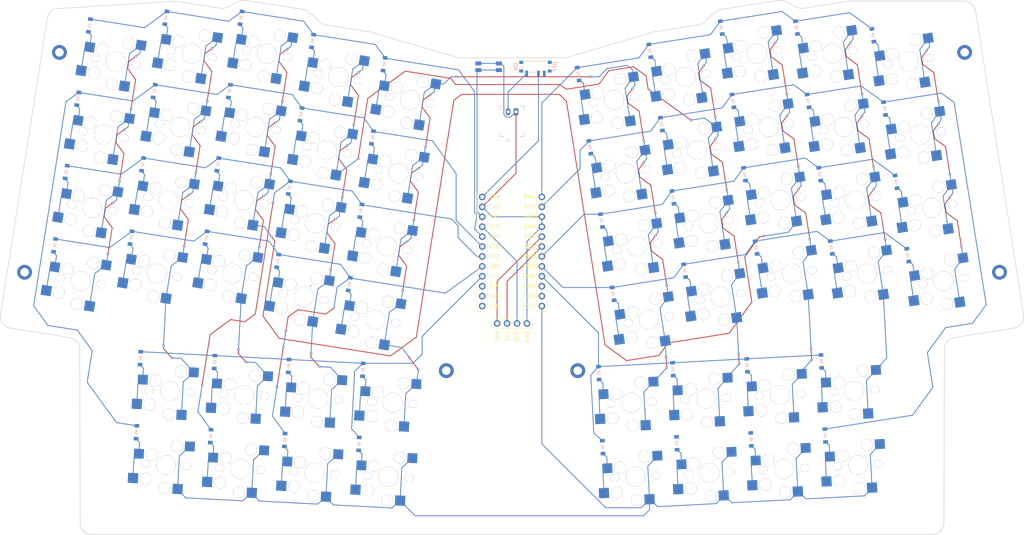
<source format=kicad_pcb>
(kicad_pcb (version 20241229) (generator "pcbnew") (generator_version "9.0")
  (title_block (title "gandalf") (date "2025-06-01") (rev "v1.0.0") (company "Unknown"))
  (layers (0 "F.Cu" signal) (2 "B.Cu" signal) (13 "F.Paste" user) (15 "B.Paste" user) (5 "F.SilkS" user "F.Silkscreen") (7 "B.SilkS" user "B.Silkscreen") (1 "F.Mask" user) (3 "B.Mask" user) (25 "Edge.Cuts" user))
  (net 0 "")
  (net 1 "CPN")
  (net 2 "pinky_bottom")
  (net 3 "GND")
  (net 4 "pinky_home")
  (net 5 "pinky_top")
  (net 6 "pinky_number")
  (net 7 "CRN")
  (net 8 "ring_bottom")
  (net 9 "ring_home")
  (net 10 "ring_top")
  (net 11 "ring_number")
  (net 12 "CMI")
  (net 13 "middle_bottom")
  (net 14 "middle_home")
  (net 15 "middle_top")
  (net 16 "middle_number")
  (net 17 "CID")
  (net 18 "index_bottom")
  (net 19 "index_home")
  (net 20 "index_top")
  (net 21 "index_number")
  (net 22 "CIN")
  (net 23 "inner_bottom")
  (net 24 "inner_home")
  (net 25 "inner_top")
  (net 26 "inner_number")
  (net 27 "mirror_pinky_bottom")
  (net 28 "mirror_pinky_home")
  (net 29 "mirror_pinky_top")
  (net 30 "mirror_pinky_number")
  (net 31 "mirror_ring_bottom")
  (net 32 "mirror_ring_home")
  (net 33 "mirror_ring_top")
  (net 34 "mirror_ring_number")
  (net 35 "mirror_middle_bottom")
  (net 36 "mirror_middle_home")
  (net 37 "mirror_middle_top")
  (net 38 "mirror_middle_number")
  (net 39 "mirror_index_bottom")
  (net 40 "mirror_index_home")
  (net 41 "mirror_index_top")
  (net 42 "mirror_index_number")
  (net 43 "mirror_inner_bottom")
  (net 44 "mirror_inner_home")
  (net 45 "mirror_inner_top")
  (net 46 "mirror_inner_number")
  (net 47 "CLO")
  (net 48 "first_lower")
  (net 49 "first_upper")
  (net 50 "second_lower")
  (net 51 "second_upper")
  (net 52 "third_lower")
  (net 53 "third_upper")
  (net 54 "fourth_lower")
  (net 55 "fourth_upper")
  (net 56 "mirror_first_lower")
  (net 57 "mirror_first_upper")
  (net 58 "mirror_second_lower")
  (net 59 "mirror_second_upper")
  (net 60 "mirror_third_lower")
  (net 61 "mirror_third_upper")
  (net 62 "mirror_fourth_lower")
  (net 63 "mirror_fourth_upper")
  (net 64 "LBO")
  (net 65 "LHO")
  (net 66 "LTO")
  (net 67 "LNU")
  (net 68 "RBO")
  (net 69 "RHO")
  (net 70 "RTO")
  (net 71 "RNU")
  (net 72 "LUP")
  (net 73 "RUP")
  (net 74 "RAW")
  (net 75 "RST")
  (net 76 "VCC")
  (net 77 "SDA")
  (net 78 "SCL")
  (net 79 "BAT_P")
  (footprint "mounting_hole_plated" (layer "F.Cu") (at 75.237363 51.800364 -9)
    (property "Reference" "H1" (hide yes))
    (property "Value" "")
  )
  (footprint "mcu_nice_nano" (layer "F.Cu") (at 191.019259 101.514468)
    (property "Reference" "MCU1" (hide yes))
    (property "Value" "")
  )
  (footprint "display_ssd1306" (layer "F.Cu") (at 191.01926 104.514467)
    (property "Reference" "DISP1" (hide yes))
    (property "Value" "")
  )
  (footprint "mounting_hole_plated" (layer "F.Cu") (at 174.208682 133.286117 -9)
    (property "Reference" "H5" (hide yes))
    (property "Value" "")
  )
  (footprint "mounting_hole_plated" (layer "F.Cu") (at 207.829839 133.286115 9)
    (property "Reference" "H6" (hide yes))
    (property "Value" "")
  )
  (footprint "mounting_hole_plated" (layer "F.Cu") (at 66.320597 108.098606 -9)
    (property "Reference" "H3" (hide yes))
    (property "Value" "")
  )
  (footprint "mounting_hole_plated" (layer "F.Cu") (at 315.717923 108.098601 9)
    (property "Reference" "H4" (hide yes))
    (property "Value" "")
  )
  (footprint "mounting_hole_plated" (layer "F.Cu") (at 306.80116 51.800367 9)
    (property "Reference" "H2" (hide yes))
    (property "Value" "")
  )
  (footprint "diode_tht_sod123" (layer "B.Cu") (at 115.747933 80.490842 -99)
    (property "Reference" "D10" (hide yes))
    (property "Value" "")
  )
  (footprint "diode_tht_sod123" (layer "B.Cu") (at 95.931509 130.089081 -93)
    (property "Reference" "D42" (hide yes))
    (property "Value" "")
  )
  (footprint "Keyboard:switch_choc_v1v2_mx" (layer "B.Cu") (at 160.42374 141.479953 177)
    (property "Reference" "S48" (hide yes))
    (property "Value" "" (hide yes))
  )
  (footprint "diode_tht_sod123" (layer "B.Cu") (at 214.20144 152.883565 -87)
    (property "Reference" "D55" (hide yes))
    (property "Value" "")
  )
  (footprint "diode_tht_sod123" (layer "B.Cu") (at 76.964301 82.447837 -99)
    (property "Reference" "D2" (hide yes))
    (property "Value" "")
  )
  (footprint "Keyboard:switch_choc_v1v2_mx" (layer "B.Cu") (at 278.536663 138.496804 -177)
    (property "Reference" "S50" (hide yes))
    (property "Value" "" (hide yes))
  )
  (footprint "diode_tht_sod123" (layer "B.Cu") (at 158.285995 54.829326 -99)
    (property "Reference" "D20" (hide yes))
    (property "Value" "")
  )
  (footprint "Keyboard:switch_choc_v1v2_mx" (layer "B.Cu") (at 106.134838 70.868562 171)
    (property "Reference" "S7" (hide yes))
    (property "Value" "" (hide yes))
  )
  (footprint "diode_tht_sod123" (layer "B.Cu") (at 269.722957 82.984608 -81)
    (property "Reference" "D26" (hide yes))
    (property "Value" "")
  )
  (footprint "diode_tht_sod123" (layer "B.Cu") (at 229.218539 70.163033 -81)
    (property "Reference" "D35" (hide yes))
    (property "Value" "")
  )
  (footprint "diode_tht_sod123" (layer "B.Cu") (at 132.885048 151.051811 -93)
    (property "Reference" "D45" (hide yes))
    (property "Value" "")
  )
  (footprint "diode_tht_sod123" (layer "B.Cu") (at 131.072454 105.192245 -99)
    (property "Reference" "D13" (hide yes))
    (property "Value" "")
  )
  (footprint "Keyboard:switch_choc_v1v2_mx" (layer "B.Cu") (at 279.531045 157.470763 -177)
    (property "Reference" "S49" (hide yes))
    (property "Value" "" (hide yes))
  )
  (footprint "Keyboard:switch_choc_v1v2_mx" (layer "B.Cu") (at 80.642075 110.366903 171)
    (property "Reference" "S1" (hide yes))
    (property "Value" "" (hide yes))
  )
  (footprint "Keyboard:switch_choc_v1v2_mx" (layer "B.Cu") (at 156.019258 120.280542 171)
    (property "Reference" "S17" (hide yes))
    (property "Value" "" (hide yes))
  )
  (footprint "diode_tht_sod123" (layer "B.Cu") (at 250.487573 82.993793 -81)
    (property "Reference" "D30" (hide yes))
    (property "Value" "")
  )
  (footprint "Keyboard:switch_choc_v1v2_mx" (layer "B.Cu") (at 278.875938 89.63464 -171)
    (property "Reference" "S26" (hide yes))
    (property "Value" "" (hide yes))
  )
  (footprint "Keyboard:switch_choc_v1v2_mx" (layer "B.Cu") (at 226.019261 120.280546 -171)
    (property "Reference" "S37" (hide yes))
    (property "Value" "" (hide yes))
  )
  (footprint "Keyboard:switch_choc_v1v2_mx" (layer "B.Cu") (at 220.074749 82.748385 -171)
    (property "Reference" "S39" (hide yes))
    (property "Value" "" (hide yes))
  )
  (footprint "Keyboard:switch_choc_v1v2_mx" (layer "B.Cu") (at 146.63925 58.04699 171)
    (property "Reference" "S16" (hide yes))
    (property "Value" "" (hide yes))
  )
  (footprint "diode_tht_sod123" (layer "B.Cu") (at 121.692445 42.958686 -99)
    (property "Reference" "D12" (hide yes))
    (property "Value" "")
  )
  (footprint "Keyboard:switch_choc_v1v2_mx" (layer "B.Cu") (at 122.397962 89.643827 171)
    (property "Reference" "S10" (hide yes))
    (property "Value" "" (hide yes))
  )
  (footprint "Keyboard:switch_choc_v1v2_mx" (layer "B.Cu") (at 241.343783 95.579147 -171)
    (property "Reference" "S34" (hide yes))
    (property "Value" "" (hide yes))
  )
  (footprint "Keyboard:switch_choc_v1v2_mx" (layer "B.Cu") (at 158.991514 101.514464 171)
    (property "Reference" "S18" (hide yes))
    (property "Value" "" (hide yes))
  )
  (footprint "Keyboard:switch_choc_v1v2_mx" (layer "B.Cu") (at 238.371525 76.813068 -171)
    (property "Reference" "S35" (hide yes))
    (property "Value" "" (hide yes))
  )
  (footprint "Keyboard:switch_choc_v1v2_mx" (layer "B.Cu") (at 100.190331 108.400715 171)
    (property "Reference" "S5" (hide yes))
    (property "Value" "" (hide yes))
  )
  (footprint "diode_tht_sod123" (layer "B.Cu") (at 216.866279 113.630514 -81)
    (property "Reference" "D37" (hide yes))
    (property "Value" "")
  )
  (footprint "diode_tht_sod123" (layer "B.Cu") (at 233.1754 151.889186 -87)
    (property "Reference" "D53" (hide yes))
    (property "Value" "")
  )
  (footprint "Keyboard:switch_choc_v1v2_mx" (layer "B.Cu") (at 122.475818 139.491185 177)
    (property "Reference" "S44" (hide yes))
    (property "Value" "" (hide yes))
  )
  (footprint "Keyboard:switch_choc_v1v2_mx" (layer "B.Cu") (at 221.614776 141.479955 -177)
    (property "Reference" "S56" (hide yes))
    (property "Value" "" (hide yes))
  )
  (footprint "diode_tht_sod123" (layer "B.Cu") (at 155.313737 73.595408 -99)
    (property "Reference" "D19" (hide yes))
    (property "Value" "")
  )
  (footprint "Keyboard:switch_choc_v1v2_mx" (layer "B.Cu") (at 244.316036 114.345224 -171)
    (property "Reference" "S33" (hide yes))
    (property "Value" "" (hide yes))
  )
  (footprint "diode_tht_sod123" (layer "B.Cu") (at 283.326694 47.418637 -81)
    (property "Reference" "D24" (hide yes))
    (property "Value" "")
  )
  (footprint "Keyboard:switch_choc_v1v2_mx" (layer "B.Cu") (at 137.722485 114.345225 171)
    (property "Reference" "S13" (hide yes))
    (property "Value" "" (hide yes))
  )
  (footprint "Keyboard:switch_choc_v1v2_mx" (layer "B.Cu") (at 298.424189 91.60082 -171)
    (property "Reference" "S22" (hide yes))
    (property "Value" "" (hide yes))
  )
  (footprint "diode_tht_sod123" (layer "B.Cu") (at 93.540298 99.247735 -99)
    (property "Reference" "D5" (hide yes))
    (property "Value" "")
  )
  (footprint "Keyboard:switch_choc_v1v2_mx" (layer "B.Cu") (at 141.449781 140.485571 177)
    (property "Reference" "S46" (hide yes))
    (property "Value" "" (hide yes))
  )
  (footprint "diode_tht_sod123" (layer "B.Cu") (at 292.243462 103.716871 -81)
    (property "Reference" "D21" (hide yes))
    (property "Value" "")
  )
  (footprint "diode_tht_sod123" (layer "B.Cu") (at 253.459828 101.759876 -81)
    (property "Reference" "D29" (hide yes))
    (property "Value" "")
  )
  (footprint "diode_tht_sod123" (layer "B.Cu") (at 102.45706 42.949497 -99)
    (property "Reference" "D8" (hide yes))
    (property "Value" "")
  )
  (footprint "Keyboard:switch_choc_v1v2_mx" (layer "B.Cu") (at 256.668303 70.877749 -171)
    (property "Reference" "S31" (hide yes))
    (property "Value" "" (hide yes))
  )
  (footprint "Keyboard:switch_choc_v1v2_mx" (layer "B.Cu") (at 295.451934 72.834743 -171)
    (property "Reference" "S23" (hide yes))
    (property "Value" "" (hide yes))
  )
  (footprint "diode_tht_sod123" (layer "B.Cu") (at 247.515316 64.227717 -81)
    (property "Reference" "D31" (hide yes))
    (property "Value" "")
  )
  (footprint "diode_tht_sod123" (layer "B.Cu") (at 133.879428 132.077851 -93)
    (property "Reference" "D46" (hide yes))
    (property "Value" "")
  )
  (footprint "Keyboard:switch_choc_v1v2_mx" (layer "B.Cu") (at 217.102495 63.982307 -171)
    (property "Reference" "S40" (hide yes))
    (property "Value" "" (hide yes))
  )
  (footprint "Keyboard:switch_choc_v1v2_mx" (layer "B.Cu") (at 292.479677 54.068665 -171)
    (property "Reference" "S24" (hide yes))
    (property "Value" "" (hide yes))
  )
  (footprint "Keyboard:switch_choc_v1v2_mx" (layer "B.Cu") (at 253.696044 52.111671 -171)
    (property "Reference" "S32" (hide yes))
    (property "Value" "" (hide yes))
  )
  (footprint "Keyboard:switch_choc_v1v2_mx" (layer "B.Cu") (at 222.609161 160.453916 -177)
    (property "Reference" "S55" (hide yes))
    (property "Value" "" (hide yes))
  )
  (footprint "Keyboard:switch_choc_v1v2_mx" (layer "B.Cu") (at 86.586588 72.834746 171)
    (property "Reference" "S3" (hide yes))
    (property "Value" "" (hide yes))
  )
  (footprint "battery_connector_jst_ph_2" (layer "B.Cu") (at 191.019259 66.998386)
    (property "Reference" "JST1" (hide yes))
    (property "Value" "")
  )
  (footprint "diode_tht_sod123" (layer "B.Cu") (at 73.992046 101.213919 -99)
    (property "Reference" "D1" (hide yes))
    (property "Value" "")
  )
  (footprint "diode_tht_sod123" (layer "B.Cu") (at 152.853394 133.07223 -93)
    (property "Reference" "D48" (hide yes))
    (property "Value" "")
  )
  (footprint "Keyboard:switch_choc_v1v2_mx" (layer "B.Cu") (at 301.396442 110.366902 -171)
    (property "Reference" "S21" (hide yes))
    (property "Value" "" (hide yes))
  )
  (footprint "diode_tht_sod123" (layer "B.Cu") (at 252.149361 150.894801 -87)
    (property "Reference" "D51" (hide yes))
    (property "Value" "")
  )
  (footprint "diode_tht_sod123" (layer "B.Cu") (at 113.911088 150.057424 -93)
    (property "Reference" "D43" (hide yes))
    (property "Value" "")
  )
  (footprint "diode_tht_sod123" (layer "B.Cu") (at 139.989221 48.894007 -99)
    (property "Reference" "D16" (hide yes))
    (property "Value" "")
  )
  (footprint "Keyboard:switch_choc_v1v2_mx" (layer "B.Cu") (at 275.903683 70.868554 -171)
    (property "Reference" "S27" (hide yes))
    (property "Value" "" (hide yes))
  )
  (footprint "diode_tht_sod123" (layer "B.Cu") (at 151.859009 152.046191 -93)
    (property "Reference" "D47" (hide yes))
    (property "Value" "")
  )
  (footprint "power_switch_smd_side" (layer "B.Cu") (at 197.019259 55.482309 90)
    (property "Reference" "PWR1" (hide yes))
    (property "Value" "")
  )
  (footprint "diode_tht_sod123" (layer "B.Cu") (at 112.775681 99.256922 -99)
    (property "Reference" "D9" (hide yes))
    (property "Value" "")
  )
  (footprint "diode_tht_sod123" (layer "B.Cu") (at 244.543064 45.461635 -81)
    (property "Reference" "D32" (hide yes))
    (property "Value" "")
  )
  (footprint "Keyboard:switch_choc_v1v2_mx" (layer "B.Cu") (at 259.562702 139.491187 -177)
    (property "Reference" "S52" (hide yes))
    (property "Value" "" (hide yes))
  )
  (footprint "Keyboard:switch_choc_v1v2_mx" (layer "B.Cu") (at 119.425708 108.409905 171)
    (property "Reference" "S9" (hide yes))
    (property "Value" "" (hide yes))
  )
  (footprint "diode_tht_sod123" (layer "B.Cu") (at 266.750697 64.218528 -81)
    (property "Reference" "D27" (hide yes))
    (property "Value" "")
  )
  (footprint "diode_tht_sod123" (layer "B.Cu") (at 271.123322 149.900417 -87)
    (property "Reference" "D49" (hide yes))
    (property "Value" "")
  )
  (footprint "diode_tht_sod123" (layer "B.Cu") (at 96.51255 80.48165 -99)
    (property "Reference" "D6" (hide yes))
    (property "Value" "")
  )
  (footprint "Keyboard:switch_choc_v1v2_mx" (layer "B.Cu") (at 143.666996 76.813072 171)
    (property "Reference" "S15" (hide yes))
    (property "Value" "" (hide yes))
  )
  (footprint "diode_tht_sod123" (layer "B.Cu") (at 232.181015 132.915224 -87)
    (property "Reference" "D54" (hide yes))
    (property "Value" "")
  )
  (footprint "Keyboard:switch_choc_v1v2_mx" (layer "B.Cu") (at 240.588741 140.485571 -177)
    (property "Reference" "S54" (hide yes))
    (property "Value" "" (hide yes))
  )
  (footprint "Keyboard:switch_choc_v1v2_mx" (layer "B.Cu") (at 262.612809 108.409904 -171)
    (property "Reference" "S29" (hide yes))
    (property "Value" "" (hide yes))
  )
  (footprint "diode_tht_sod123" (layer "B.Cu") (at 134.044706 86.426164 -99)
    (property "Reference" "D14" (hide yes))
    (property "Value" "")
  )
  (footprint "diode_tht_sod123" (layer "B.Cu") (at 79.936557 63.681759 -99)
    (property "Reference" "D3" (hide yes))
    (property "Value" "")
  )
  (footprint "Keyboard:switch_choc_v1v2_mx" (layer "B.Cu") (at 259.640554 89.64383 -171)
    (property "Reference" "S30" (hide yes))
    (property "Value" "" (hide yes))
  )
  (footprint "reset_switch_smd_side" (layer "B.Cu") (at 185.019259 55.482311)
    (property "Reference" "RST1" (hide yes))
    (property "Value" "")
  )
  (footprint "diode_tht_sod123" (layer "B.Cu") (at 270.12894 130.926459 -87)
    (property "Reference" "D50" (hide yes))
    (property "Value" "")
  )
  (footprint "diode_tht_sod123" (layer "B.Cu") (at 213.207056 133.909608 -87)
    (property "Reference" "D56" (hide yes))
    (property "Value" "")
  )
  (footprint "diode_tht_sod123" (layer "B.Cu") (at 207.949515 57.332278 -81)
    (property "Reference" "D40" (hide yes))
    (property "Value" "")
  )
  (footprint "Keyboard:switch_choc_v1v2_mx" (layer "B.Cu") (at 103.162582 89.634634 171)
    (property "Reference" "S6" (hide yes))
    (property "Value" "" (hide yes))
  )
  (footprint "Keyboard:switch_choc_v1v2_mx" (layer "B.Cu") (at 223.047006 101.514465 -171)
    (property "Reference" "S38" (hide yes))
    (property "Value" "" (hide yes))
  )
  (footprint "diode_tht_sod123" (layer "B.Cu") (at 149.36923 111.127563 -99)
    (property "Reference" "D17" (hide yes))
    (property "Value" "")
  )
  (footprint "Keyboard:switch_choc_v1v2_mx" (layer "B.Cu") (at 241.583124 159.459535 -177)
    (property "Reference" "S53" (hide yes))
    (property "Value" "" (hide yes))
  )
  (footprint "diode_tht_sod123" (layer "B.Cu") (at 272.695209 101.750683 -81)
    (property "Reference" "D25" (hide yes))
    (property "Value" "")
  )
  (footprint "Keyboard:switch_choc_v1v2_mx" (layer "B.Cu") (at 103.501859 138.496802 177)
    (property "Reference" "S42" (hide yes))
    (property "Value" "" (hide yes))
  )
  (footprint "diode_tht_sod123" (layer "B.Cu") (at 82.908809 44.915683 -99)
    (property "Reference" "D4" (hide yes))
    (property "Value" "")
  )
  (footprint "Keyboard:switch_choc_v1v2_mx" (layer "B.Cu") (at 260.557088 158.465147 -177)
    (property "Reference" "S51" (hide yes))
    (property "Value" "" (hide yes))
  )
  (footprint "diode_tht_sod123" (layer "B.Cu") (at 152.341482 92.361484 -99)
    (property "Reference" "D18" (hide yes))
    (property "Value" "")
  )
  (footprint "diode_tht_sod123" (layer "B.Cu") (at 286.298951 66.184712 -81)
    (property "Reference" "D23" (hide yes))
    (property "Value" "")
  )
  (footprint "diode_tht_sod123" (layer "B.Cu") (at 226.246287 51.396959 -81)
    (property "Reference" "D36" (hide yes))
    (property "Value" "")
  )
  (footprint "Keyboard:switch_choc_v1v2_mx" (layer "B.Cu") (at 89.55884 54.068665 171)
    (property "Reference" "S4" (hide yes))
    (property "Value" "" (hide yes))
  )
  (footprint "Keyboard:switch_choc_v1v2_mx" (layer "B.Cu") (at 128.342474 52.111669 171)
    (property "Reference" "S12" (hide yes))
    (property "Value" "" (hide yes))
  )
  (footprint "Keyboard:switch_choc_v1v2_mx" (layer "B.Cu") (at 164.936024 63.982311 171)
    (property "Reference" "S20" (hide yes))
    (property "Value" "" (hide yes))
  )
  (footprint "diode_tht_sod123" (layer "B.Cu") (at 213.894023 94.864434 -81)
    (property "Reference" "D38" (hide yes))
    (property "Value" "")
  )
  (footprint "diode_tht_sod123" (layer "B.Cu") (at 114.905468 131.083464 -93)
    (property "Reference" "D44" (hide yes))
    (property "Value" "")
  )
  (footprint "Keyboard:switch_choc_v1v2_mx" (layer "B.Cu") (at 125.37022 70.877747 171)
    (property "Reference" "S11" (hide yes))
    (property "Value" "" (hide yes))
  )
  (footprint "diode_tht_sod123" (layer "B.Cu") (at 263.778446 45.452451 -81)
    (property "Reference" "D28" (hide yes))
    (property "Value" "")
  )
  (footprint "diode_tht_sod123" (layer "B.Cu") (at 99.484807 61.715575 -99)
    (property "Reference" "D7" (hide yes))
    (property "Value" "")
  )
  (footprint "Keyboard:switch_choc_v1v2_mx" (layer "B.Cu") (at 102.507474 157.470768 177)
    (property "Reference" "S41" (hide yes))
    (property "Value" "" (hide yes))
  )
  (footprint "diode_tht_sod123" (layer "B.Cu") (at 251.154978 131.92084 -87)
    (property "Reference" "D52" (hide yes))
    (property "Value" "")
  )
  (footprint "diode_tht_sod123" (layer "B.Cu") (at 232.190797 88.929113 -81)
    (property "Reference" "D34" (hide yes))
    (property "Value" "")
  )
  (footprint "Keyboard:switch_choc_v1v2_mx" (layer "B.Cu") (at 121.481434 158.465148 177)
    (property "Reference" "S43" (hide yes))
    (property "Value" "" (hide yes))
  )
  (footprint "diode_tht_sod123" (layer "B.Cu") (at 137.016962 67.660087 -99)
    (property "Reference" "D15" (hide yes))
    (property "Value" "")
  )
  (footprint "Keyboard:switch_choc_v1v2_mx" (layer "B.Cu") (at 109.10709 52.102479 171)
    (property "Reference" "S8" (hide yes))
    (property "Value" "" (hide yes))
  )
  (footprint "Keyboard:switch_choc_v1v2_mx" (layer "B.Cu") (at 83.614331 91.600824 171)
    (property "Reference" "S2" (hide yes))
    (property "Value" "" (hide yes))
  )
  (footprint "diode_tht_sod123" (layer "B.Cu") (at 118.720191 61.724766 -99)
    (property "Reference" "D11" (hide yes))
    (property "Value" "")
  )
  (footprint "Keyboard:switch_choc_v1v2_mx" (layer "B.Cu") (at 140.694743 95.579145 171)
    (property "Reference" "S14" (hide yes))
    (property "Value" "" (hide yes))
  )
  (footprint "Keyboard:switch_choc_v1v2_mx" (layer "B.Cu") (at 272.931427 52.102477 -171)
    (property "Reference" "S28" (hide yes))
    (property "Value" "" (hide yes))
  )
  (footprint "Keyboard:switch_choc_v1v2_mx" (layer "B.Cu") (at 159.42936 160.453916 177)
    (property "Reference" "S47" (hide yes))
    (property "Value" "" (hide yes))
  )
  (footprint "Keyboard:switch_choc_v1v2_mx" (layer "B.Cu") (at 235.399271 58.046989 -171)
    (property "Reference" "S36" (hide yes))
    (property "Value" "" (hide yes))
  )
  (footprint "diode_tht_sod123" (layer "B.Cu") (at 235.163052 107.695194 -81)
    (property "Reference" "D33" (hide yes))
    (property "Value" "")
  )
  (footprint "diode_tht_sod123" (layer "B.Cu") (at 289.271207 84.950793 -81)
    (property "Reference" "D22" (hide yes))
    (property "Value" "")
  )
  (footprint "Keyboard:switch_choc_v1v2_mx" (layer "B.Cu") (at 281.848191 108.400714 -171)
    (property "Reference" "S25" (hide yes))
    (property "Value" "" (hide yes))
  )
  (footprint "Keyboard:switch_choc_v1v2_mx" (layer "B.Cu") (at 161.963767 82.748391 171)
    (property "Reference" "S19" (hide yes))
    (property "Value" "" (hide yes))
  )
  (footprint "diode_tht_sod123" (layer "B.Cu") (at 94.937125 149.06304 -93)
    (property "Reference" "D41" (hide yes))
    (property "Value" "")
  )
  (footprint "diode_tht_sod123" (layer "B.Cu") (at 210.921767 76.098354 -81)
    (property "Reference" "D39" (hide yes))
    (property "Value" "")
  )
  (footprint "Keyboard:switch_choc_v1v2_mx" (layer "B.Cu") (at 140.455397 159.459531 177)
    (property "Reference" "S45" (hide yes))
    (property "Value" "" (hide yes))
  )
  (gr_arc (start 227.020429 46.642088) (mid 227.207126 46.593714) (end 227.396544 46.557431) (stroke (width 0.15)) (layer "Edge.Cuts"))
  (gr_arc (start 72.158535 43.112511) (mid 73.101344 41.36404) (end 74.929933 40.587945) (stroke (width 0.15)) (layer "Edge.Cuts"))
  (gr_line (start 260.869897 38.764729) (end 263.889568 40.231161) (stroke (width 0.15)) (layer "Edge.Cuts"))
  (gr_line (start 105.184507 38.724142) (end 116.369123 40.495612) (stroke (width 0.15)) (layer "Edge.Cuts"))
  (gr_arc (start 118.14895 40.231163) (mid 117.27933 40.49998) (end 116.369123 40.495612) (stroke (width 0.15)) (layer "Edge.Cuts"))
  (gr_line (start 80.539301 172.253629) (end 80.423299 127.76991) (stroke (width 0.15)) (layer "Edge.Cuts"))
  (gr_arc (start 321.894035 118.966245) (mid 321.358007 121.198882) (end 319.400272 122.398612) (stroke (width 0.15)) (layer "Edge.Cuts"))
  (gr_arc (start 276.949819 38.708967) (mid 277.183516 38.681301) (end 277.418663 38.672032) (stroke (width 0.15)) (layer "Edge.Cuts"))
  (gr_arc (start 306.613274 38.667572) (mid 308.561891 39.386217) (end 309.576797 41.198268) (stroke (width 0.15)) (layer "Edge.Cuts"))
  (gr_arc (start 83.539291 175.245806) (mid 81.420744 174.369889) (end 80.539301 172.253629) (stroke (width 0.15)) (layer "Edge.Cuts"))
  (gr_line (start 265.669397 40.495611) (end 276.949819 38.708967) (stroke (width 0.15)) (layer "Edge.Cuts"))
  (gr_line (start 227.396544 46.557431) (end 238.719154 44.76411) (stroke (width 0.15)) (layer "Edge.Cuts"))
  (gr_line (start 74.929933 40.587945) (end 104.523534 38.693336) (stroke (width 0.15)) (layer "Edge.Cuts"))
  (gr_arc (start 121.168621 38.764728) (mid 122.038239 38.495905) (end 122.948445 38.500275) (stroke (width 0.15)) (layer "Edge.Cuts"))
  (gr_line (start 155.018091 46.642087) (end 176.86386 53.05841) (stroke (width 0.15)) (layer "Edge.Cuts"))
  (gr_arc (start 77.892614 124.814668) (mid 79.701969 125.826423) (end 80.423299 127.76991) (stroke (width 0.15)) (layer "Edge.Cuts"))
  (gr_line (start 118.14895 40.231163) (end 121.168621 38.764728) (stroke (width 0.15)) (layer "Edge.Cuts"))
  (gr_arc (start 240.330148 43.962608) (mid 239.586153 44.486972) (end 238.719154 44.76411) (stroke (width 0.15)) (layer "Edge.Cuts"))
  (gr_arc (start 205.174661 53.058408) (mid 204.7563 53.149447) (end 204.329241 53.179998) (stroke (width 0.15)) (layer "Edge.Cuts"))
  (gr_arc (start 154.641977 46.557436) (mid 154.831395 46.593715) (end 155.018091 46.642087) (stroke (width 0.15)) (layer "Edge.Cuts"))
  (gr_arc (start 265.669397 40.495611) (mid 264.759188 40.499971) (end 263.889568 40.231161) (stroke (width 0.15)) (layer "Edge.Cuts"))
  (gr_arc (start 62.638247 122.398612) (mid 60.680503 121.198902) (end 60.144482 118.966243) (stroke (width 0.15)) (layer "Edge.Cuts"))
  (gr_line (start 277.418663 38.672032) (end 306.613274 38.667572) (stroke (width 0.15)) (layer "Edge.Cuts"))
  (gr_line (start 205.174661 53.058408) (end 227.020429 46.642088) (stroke (width 0.15)) (layer "Edge.Cuts"))
  (gr_arc (start 301.499217 172.25363) (mid 300.617786 174.369914) (end 298.499226 175.245807) (stroke (width 0.15)) (layer "Edge.Cuts"))
  (gr_arc (start 259.090075 38.500282) (mid 260.00028 38.495919) (end 260.869897 38.764729) (stroke (width 0.15)) (layer "Edge.Cuts"))
  (gr_arc (start 137.678653 40.833312) (mid 138.545667 41.110422) (end 139.289644 41.634818) (stroke (width 0.15)) (layer "Edge.Cuts"))
  (gr_arc (start 301.615218 127.769909) (mid 302.33653 125.826413) (end 304.145906 124.814664) (stroke (width 0.15)) (layer "Edge.Cuts"))
  (gr_line (start 298.499226 175.245807) (end 83.539291 175.245806) (stroke (width 0.15)) (layer "Edge.Cuts"))
  (gr_line (start 139.289644 41.634818) (end 141.708371 43.962608) (stroke (width 0.15)) (layer "Edge.Cuts"))
  (gr_line (start 309.576797 41.198268) (end 321.894035 118.966245) (stroke (width 0.15)) (layer "Edge.Cuts"))
  (gr_arc (start 104.523534 38.693336) (mid 104.854872 38.690461) (end 105.184507 38.724142) (stroke (width 0.15)) (layer "Edge.Cuts"))
  (gr_arc (start 143.319366 44.76411) (mid 142.452363 44.486983) (end 141.708371 43.962608) (stroke (width 0.15)) (layer "Edge.Cuts"))
  (gr_line (start 244.359869 40.833314) (end 259.090075 38.500277) (stroke (width 0.15)) (layer "Edge.Cuts"))
  (gr_line (start 60.144482 118.966243) (end 72.158535 43.112511) (stroke (width 0.15)) (layer "Edge.Cuts"))
  (gr_line (start 240.330148 43.962608) (end 242.748873 41.634813) (stroke (width 0.15)) (layer "Edge.Cuts"))
  (gr_line (start 122.948445 38.500275) (end 137.678653 40.833312) (stroke (width 0.15)) (layer "Edge.Cuts"))
  (gr_arc (start 242.748873 41.634813) (mid 243.492865 41.110438) (end 244.359869 40.833314) (stroke (width 0.15)) (layer "Edge.Cuts"))
  (gr_line (start 77.892614 124.814668) (end 62.638247 122.398612) (stroke (width 0.15)) (layer "Edge.Cuts"))
  (gr_line (start 319.400272 122.398612) (end 304.145906 124.814664) (stroke (width 0.15)) (layer "Edge.Cuts"))
  (gr_line (start 177.709283 53.179996) (end 204.329241 53.179998) (stroke (width 0.15)) (layer "Edge.Cuts"))
  (gr_arc (start 177.709283 53.179996) (mid 177.282222 53.149444) (end 176.86386 53.05841) (stroke (width 0.15)) (layer "Edge.Cuts"))
  (gr_line (start 143.319366 44.76411) (end 154.641977 46.557436) (stroke (width 0.15)) (layer "Edge.Cuts"))
  (gr_line (start 301.615218 127.769909) (end 301.499217 172.25363) (stroke (width 0.15)) (layer "Edge.Cuts"))
  (segment (start 296.076705 54.89204) (end 295.982843 54.299428) (width 0.2) (layer "F.Cu") (net 1))
  (segment (start 89.987717 72.915774) (end 91.818313 71.585767) (width 0.2) (layer "F.Cu") (net 1))
  (segment (start 298.902767 56.945296) (end 298.364951 56.554551) (width 0.2) (layer "F.Cu") (net 1))
  (segment (start 299.048958 73.658118) (end 298.767376 71.880282) (width 0.2) (layer "F.Cu") (net 1))
  (segment (start 91.728098 77.717214) (end 91.004855 76.721748) (width 0.2) (layer "F.Cu") (net 1))
  (segment (start 305.973602 101.588808) (end 304.909851 94.87253) (width 0.2) (layer "F.Cu") (net 1))
  (segment (start 301.739631 90.646358) (end 303.069637 88.815764) (width 0.2) (layer "F.Cu") (net 1))
  (segment (start 92.959972 54.149697) (end 94.790571 52.819693) (width 0.2) (layer "F.Cu") (net 1))
  (segment (start 89.706134 74.693612) (end 89.987717 72.915774) (width 0.2) (layer "F.Cu") (net 1))
  (segment (start 302.083788 92.819275) (end 301.802206 91.041435) (width 0.2) (layer "F.Cu") (net 1))
  (segment (start 295.982843 54.299428) (end 295.795124 53.114203) (width 0.2) (layer "F.Cu") (net 1))
  (segment (start 295.795124 53.114203) (end 297.125128 51.283607) (width 0.2) (layer "F.Cu") (net 1))
  (segment (start 298.364951 56.554551) (end 296.076705 54.89204) (width 0.2) (layer "F.Cu") (net 1))
  (segment (start 87.015466 91.681856) (end 88.846059 90.351843) (width 0.2) (layer "F.Cu") (net 1))
  (segment (start 91.004855 76.721748) (end 89.674847 74.891152) (width 0.2) (layer "F.Cu") (net 1))
  (segment (start 94.340895 58.215777) (end 92.678389 55.927533) (width 0.2) (layer "F.Cu") (net 1))
  (segment (start 92.772251 55.334921) (end 92.959972 54.149697) (width 0.2) (layer "F.Cu") (net 1))
  (segment (start 300.091665 64.451726) (end 298.902767 56.945296) (width 0.2) (layer "F.Cu") (net 1))
  (segment (start 299.080243 73.855661) (end 299.048958 73.658118) (width 0.2) (layer "F.Cu") (net 1))
  (segment (start 300.910843 75.185662) (end 299.080243 73.855661) (width 0.2) (layer "F.Cu") (net 1))
  (segment (start 303.032634 83.020268) (end 301.906307 75.908915) (width 0.2) (layer "F.Cu") (net 1))
  (segment (start 304.909851 94.87253) (end 303.456734 93.816779) (width 0.2) (layer "F.Cu") (net 1))
  (segment (start 303.456734 93.816779) (end 302.083788 92.819275) (width 0.2) (layer "F.Cu") (net 1))
  (segment (start 92.678389 55.927533) (end 92.772251 55.334921) (width 0.2) (layer "F.Cu") (net 1))
  (segment (start 86.671309 93.854767) (end 86.95289 92.07693) (width 0.2) (layer "F.Cu") (net 1))
  (segment (start 90.601772 84.828569) (end 91.728098 77.717214) (width 0.2) (layer "F.Cu") (net 1))
  (segment (start 93.542743 66.260028) (end 94.731644 58.753594) (width 0.2) (layer "F.Cu") (net 1))
  (segment (start 301.906307 75.908915) (end 300.910843 75.185662) (width 0.2) (layer "F.Cu") (net 1))
  (segment (start 301.802206 91.041435) (end 301.739631 90.646358) (width 0.2) (layer "F.Cu") (net 1))
  (segment (start 86.95289 92.07693) (end 87.015466 91.681856) (width 0.2) (layer "F.Cu") (net 1))
  (segment (start 88.724562 96.680832) (end 87.66881 95.227718) (width 0.2) (layer "F.Cu") (net 1))
  (segment (start 94.731644 58.753594) (end 94.340895 58.215777) (width 0.2) (layer "F.Cu") (net 1))
  (segment (start 87.66881 95.227718) (end 86.671309 93.854767) (width 0.2) (layer "F.Cu") (net 1))
  (segment (start 87.660805 103.397111) (end 88.724562 96.680832) (width 0.2) (layer "F.Cu") (net 1))
  (segment (start 89.674847 74.891152) (end 89.706134 74.693612) (width 0.2) (layer "F.Cu") (net 1))
  (segment (start 298.767376 71.880282) (end 300.097383 70.049688) (width 0.2) (layer "F.Cu") (net 1))
  (via (at 305.973602 101.588808) (size 0.6) (drill 0.3) (layers "F.Cu" "B.Cu") (net 1))
  (via (at 91.818313 71.585767) (size 0.6) (drill 0.3) (layers "F.Cu" "B.Cu") (net 1))
  (via (at 300.097383 70.049688) (size 0.6) (drill 0.3) (layers "F.Cu" "B.Cu") (net 1))
  (via (at 88.846059 90.351843) (size 0.6) (drill 0.3) (layers "F.Cu" "B.Cu") (net 1))
  (via (at 93.542743 66.260028) (size 0.6) (drill 0.3) (layers "F.Cu" "B.Cu") (net 1))
  (via (at 300.091665 64.451726) (size 0.6) (drill 0.3) (layers "F.Cu" "B.Cu") (net 1))
  (via (at 87.660805 103.397111) (size 0.6) (drill 0.3) (layers "F.Cu" "B.Cu") (net 1))
  (via (at 90.601772 84.828569) (size 0.6) (drill 0.3) (layers "F.Cu" "B.Cu") (net 1))
  (via (at 94.790571 52.819693) (size 0.6) (drill 0.3) (layers "F.Cu" "B.Cu") (net 1))
  (via (at 297.125128 51.283607) (size 0.6) (drill 0.3) (layers "F.Cu" "B.Cu") (net 1))
  (via (at 303.069637 88.815764) (size 0.6) (drill 0.3) (layers "F.Cu" "B.Cu") (net 1))
  (via (at 303.032634 83.020268) (size 0.6) (drill 0.3) (layers "F.Cu" "B.Cu") (net 1))
  (segment (start 297.125128 51.283607) (end 297.848377 50.288142) (width 0.2) (layer "B.Cu") (net 1))
  (segment (start 303.032634 83.020268) (end 303.455315 85.688953) (width 0.2) (layer "B.Cu") (net 1))
  (segment (start 88.846059 90.351843) (end 89.841525 89.628602) (width 0.2) (layer "B.Cu") (net 1))
  (segment (start 302.589652 96.965246) (end 301.26575 88.606442) (width 0.2) (layer "B.Cu") (net 1))
  (segment (start 300.820632 69.054218) (end 300.483058 66.92288) (width 0.2) (layer "B.Cu") (net 1))
  (segment (start 298.293494 69.840359) (end 300.427323 66.903397) (width 0.2) (layer "B.Cu") (net 1))
  (segment (start 295.321238 51.074282) (end 297.455068 48.137321) (width 0.2) (layer "B.Cu") (net 1))
  (segment (start 90.601772 84.828569) (end 90.179093 87.497254) (width 0.2) (layer "B.Cu") (net 1))
  (segment (start 87.242129 89.631084) (end 90.179093 87.497254) (width 0.2) (layer "B.Cu") (net 1))
  (segment (start 87.660805 103.397111) (end 87.206839 106.263334) (width 0.2) (layer "B.Cu") (net 1))
  (segment (start 304.238 107.372517) (end 306.371828 104.435553) (width 0.2) (layer "B.Cu") (net 1))
  (segment (start 93.186641 52.09893) (end 96.123603 49.965099) (width 0.2) (layer "B.Cu") (net 1))
  (segment (start 300.091665 64.451726) (end 300.483058 66.92288) (width 0.2) (layer "B.Cu") (net 1))
  (segment (start 301.26575 88.606442) (end 303.399574 85.669475) (width 0.2) (layer "B.Cu") (net 1))
  (segment (start 93.542743 66.260028) (end 93.151348 68.73118) (width 0.2) (layer "B.Cu") (net 1))
  (segment (start 91.818313 71.585767) (end 92.813777 70.862518) (width 0.2) (layer "B.Cu") (net 1))
  (segment (start 305.973602 101.588808) (end 306.42757 104.455035) (width 0.2) (layer "B.Cu") (net 1))
  (segment (start 300.097383 70.049688) (end 300.820632 69.054218) (width 0.2) (layer "B.Cu") (net 1))
  (segment (start 88.890481 79.223812) (end 90.214386 70.865007) (width 0.2) (layer "B.Cu") (net 1))
  (segment (start 94.790571 52.819693) (end 95.786033 52.096442) (width 0.2) (layer "B.Cu") (net 1))
  (segment (start 303.069637 88.815764) (end 303.792885 87.8203) (width 0.2) (layer "B.Cu") (net 1))
  (segment (start 89.841525 89.628602) (end 90.179093 87.497254) (width 0.2) (layer "B.Cu") (net 1))
  (segment (start 303.792885 87.8203) (end 303.455315 85.688953) (width 0.2) (layer "B.Cu") (net 1))
  (segment (start 82.945972 116.755973) (end 84.269876 108.397164) (width 0.2) (layer "B.Cu") (net 1))
  (segment (start 92.813777 70.862518) (end 93.151348 68.73118) (width 0.2) (layer "B.Cu") (net 1))
  (segment (start 297.848377 50.288142) (end 297.510802 48.156799) (width 0.2) (layer "B.Cu") (net 1))
  (segment (start 305.561904 115.731323) (end 304.238 107.372517) (width 0.2) (layer "B.Cu") (net 1))
  (segment (start 84.269876 108.397164) (end 87.206839 106.263334) (width 0.2) (layer "B.Cu") (net 1))
  (segment (start 90.214386 70.865007) (end 93.151348 68.73118) (width 0.2) (layer "B.Cu") (net 1))
  (segment (start 296.645145 59.433088) (end 295.321238 51.074282) (width 0.2) (layer "B.Cu") (net 1))
  (segment (start 91.862738 60.457737) (end 93.186641 52.09893) (width 0.2) (layer "B.Cu") (net 1))
  (segment (start 85.918228 97.98989) (end 87.242129 89.631084) (width 0.2) (layer "B.Cu") (net 1))
  (segment (start 299.617398 78.199168) (end 298.293494 69.840359) (width 0.2) (layer "B.Cu") (net 1))
  (segment (start 95.786033 52.096442) (end 96.123603 49.965099) (width 0.2) (layer "B.Cu") (net 1))
  (segment (start 74.494527 103.890479) (end 73.733929 102.84361) (width 0.2) (layer "B.Cu") (net 2))
  (segment (start 74.041651 106.749833) (end 74.494527 103.890479) (width 0.2) (layer "B.Cu") (net 2))
  (segment (start 72.680142 107.739027) (end 74.041651 106.749833) (width 0.2) (layer "B.Cu") (net 2))
  (segment (start 71.88233 112.776238) (end 72.680142 107.739027) (width 0.2) (layer "B.Cu") (net 2))
  (segment (start 183.399262 91.354465) (end 192.019261 82.734466) (width 0.2) (layer "F.Cu") (net 3))
  (segment (start 192.019261 82.734466) (end 192.019258 66.998387) (width 0.2) (layer "F.Cu") (net 3))
  (segment (start 198.639257 93.894464) (end 198.639261 96.434469) (width 0.2) (layer "B.Cu") (net 3))
  (segment (start 188.920258 55.331309) (end 188.920258 66.265338) (width 0.2) (layer "B.Cu") (net 3))
  (segment (start 188.22126 54.632309) (end 188.920258 55.331309) (width 0.2) (layer "B.Cu") (net 3))
  (segment (start 183.399262 91.354465) (end 185.93926 93.894467) (width 0.2) (layer "B.Cu") (net 3))
  (segment (start 194.829259 121.214465) (end 194.82926 100.244467) (width 0.2) (layer "B.Cu") (net 3))
  (segment (start 188.918258 66.267336) (end 188.91826 67.729439) (width 0.2) (layer "B.Cu") (net 3))
  (segment (start 188.920258 66.265338) (end 188.918258 66.267336) (width 0.2) (layer "B.Cu") (net 3))
  (segment (start 189.56321 68.374392) (end 190.64326 68.374385) (width 0.2) (layer "B.Cu") (net 3))
  (segment (start 194.82926 100.244467) (end 198.639261 96.434469) (width 0.2) (layer "B.Cu") (net 3))
  (segment (start 188.91826 67.729439) (end 189.56321 68.374392) (width 0.2) (layer "B.Cu") (net 3))
  (segment (start 190.64326 68.374385) (end 192.019258 66.998387) (width 0.2) (layer "B.Cu") (net 3))
  (segment (start 185.93926 93.894467) (end 198.639257 93.894464) (width 0.2) (layer "B.Cu") (net 3))
  (segment (start 182.394261 54.632308) (end 187.644257 54.63231) (width 0.2) (layer "B.Cu") (net 3))
  (segment (start 187.644257 54.63231) (end 188.22126 54.632309) (width 0.2) (layer "B.Cu") (net 3))
  (segment (start 74.854584 94.010157) (end 75.652395 88.972946) (width 0.2) (layer "B.Cu") (net 4))
  (segment (start 77.466779 85.124399) (end 76.706183 84.077526) (width 0.2) (layer "B.Cu") (net 4))
  (segment (start 75.652395 88.972946) (end 77.013903 87.983757) (width 0.2) (layer "B.Cu") (net 4))
  (segment (start 77.013903 87.983757) (end 77.466779 85.124399) (width 0.2) (layer "B.Cu") (net 4))
  (segment (start 78.624652 70.206869) (end 79.986158 69.21768) (width 0.2) (layer "B.Cu") (net 5))
  (segment (start 80.439035 66.358318) (end 79.678437 65.311445) (width 0.2) (layer "B.Cu") (net 5))
  (segment (start 79.986158 69.21768) (end 80.439035 66.358318) (width 0.2) (layer "B.Cu") (net 5))
  (segment (start 77.826836 75.244083) (end 78.624652 70.206869) (width 0.2) (layer "B.Cu") (net 5))
  (segment (start 80.799094 56.478002) (end 81.596907 51.440794) (width 0.2) (layer "B.Cu") (net 6))
  (segment (start 81.596907 51.440794) (end 82.958412 50.451602) (width 0.2) (layer "B.Cu") (net 6))
  (segment (start 83.41129 47.592243) (end 82.650692 46.545367) (width 0.2) (layer "B.Cu") (net 6))
  (segment (start 82.958412 50.451602) (end 83.41129 47.592243) (width 0.2) (layer "B.Cu") (net 6))
  (segment (start 276.434591 52.333243) (end 276.246873 51.148015) (width 0.2) (layer "F.Cu") (net 7))
  (segment (start 279.354516 54.979112) (end 278.816699 54.588365) (width 0.2) (layer "F.Cu") (net 7))
  (segment (start 114.22165 56.70724) (end 113.830905 56.169428) (width 0.2) (layer "F.Cu") (net 7))
  (segment (start 106.161313 91.808412) (end 106.442893 90.030575) (width 0.2) (layer "F.Cu") (net 7))
  (segment (start 111.218106 75.67086) (end 110.494859 74.675398) (width 0.2) (layer "F.Cu") (net 7))
  (segment (start 112.449977 52.10334) (end 114.280572 50.773338) (width 0.2) (layer "F.Cu") (net 7))
  (segment (start 279.219127 69.914098) (end 280.549134 68.0835) (width 0.2) (layer "F.Cu") (net 7))
  (segment (start 279.531992 71.889471) (end 279.500709 71.691936) (width 0.2) (layer "F.Cu") (net 7))
  (segment (start 107.150813 101.350755) (end 108.214568 94.634472) (width 0.2) (layer "F.Cu") (net 7))
  (segment (start 280.543417 62.485542) (end 279.354516 54.979112) (width 0.2) (layer "F.Cu") (net 7))
  (segment (start 276.528458 52.925858) (end 276.434591 52.333243) (width 0.2) (layer "F.Cu") (net 7))
  (segment (start 285.361597 92.90634) (end 283.908484 91.850592) (width 0.2) (layer "F.Cu") (net 7))
  (segment (start 112.168398 53.881178) (end 112.262257 53.288565) (width 0.2) (layer "F.Cu") (net 7))
  (segment (start 278.816699 54.588365) (end 276.528458 52.925858) (width 0.2) (layer "F.Cu") (net 7))
  (segment (start 101.822597 127.605151) (end 101.86003 126.890952) (width 0.2) (layer "F.Cu") (net 7))
  (segment (start 282.358056 73.942727) (end 281.362594 73.219479) (width 0.2) (layer "F.Cu") (net 7))
  (segment (start 281.362594 73.219479) (end 279.531992 71.889471) (width 0.2) (layer "F.Cu") (net 7))
  (segment (start 110.494859 74.675398) (end 109.164854 72.844798) (width 0.2) (layer "F.Cu") (net 7))
  (segment (start 282.253955 89.075249) (end 282.191378 88.680174) (width 0.2) (layer "F.Cu") (net 7))
  (segment (start 283.484382 81.054078) (end 282.358056 73.942727) (width 0.2) (layer "F.Cu") (net 7))
  (segment (start 106.505466 89.635501) (end 108.336065 88.305494) (width 0.2) (layer "F.Cu") (net 7))
  (segment (start 286.425353 99.622624) (end 285.361597 92.90634) (width 0.2) (layer "F.Cu") (net 7))
  (segment (start 282.535537 90.853088) (end 282.253955 89.075249) (width 0.2) (layer "F.Cu") (net 7))
  (segment (start 113.032747 64.213674) (end 114.22165 56.70724) (width 0.2) (layer "F.Cu") (net 7))
  (segment (start 276.246873 51.148015) (end 277.576878 49.317422) (width 0.2) (layer "F.Cu") (net 7))
  (segment (start 109.164854 72.844798) (end 109.196143 72.647258) (width 0.2) (layer "F.Cu") (net 7))
  (segment (start 109.196143 72.647258) (end 109.477722 70.869422) (width 0.2) (layer "F.Cu") (net 7))
  (segment (start 279.500709 71.691936) (end 279.219127 69.914098) (width 0.2) (layer "F.Cu") (net 7))
  (segment (start 109.477722 70.869422) (end 111.308317 69.539414) (width 0.2) (layer "F.Cu") (net 7))
  (segment (start 108.214568 94.634472) (end 107.158818 93.181361) (width 0.2) (layer "F.Cu") (net 7))
  (segment (start 112.262257 53.288565) (end 112.449977 52.10334) (width 0.2) (layer "F.Cu") (net 7))
  (segment (start 107.158818 93.181361) (end 106.161313 91.808412) (width 0.2) (layer "F.Cu") (net 7))
  (segment (start 103.984711 130.006421) (end 101.822597 127.605151) (width 0.2) (layer "F.Cu") (net 7))
  (segment (start 110.091778 82.782216) (end 111.218106 75.67086) (width 0.2) (layer "F.Cu") (net 7))
  (segment (start 113.830905 56.169428) (end 112.168398 53.881178) (width 0.2) (layer "F.Cu") (net 7))
  (segment (start 282.191378 88.680174) (end 283.521385 86.849577) (width 0.2) (layer "F.Cu") (net 7))
  (segment (start 106.442893 90.030575) (end 106.505466 89.635501) (width 0.2) (layer "F.Cu") (net 7))
  (segment (start 283.908484 91.850592) (end 282.535537 90.853088) (width 0.2) (layer "F.Cu") (net 7))
  (via (at 101.86003 126.890952) (size 0.6) (drill 0.3) (layers "F.Cu" "B.Cu") (net 7))
  (via (at 283.484382 81.054078) (size 0.6) (drill 0.3) (layers "F.Cu" "B.Cu") (net 7))
  (via (at 280.549134 68.0835) (size 0.6) (drill 0.3) (layers "F.Cu" "B.Cu") (net 7))
  (via (at 277.576878 49.317422) (size 0.6) (drill 0.3) (layers "F.Cu" "B.Cu") (net 7))
  (via (at 113.032747 64.213674) (size 0.6) (drill 0.3) (layers "F.Cu" "B.Cu") (net 7))
  (via (at 286.425353 99.622624) (size 0.6) (drill 0.3) (layers "F.Cu" "B.Cu") (net 7))
  (via (at 108.336065 88.305494) (size 0.6) (drill 0.3) (layers "F.Cu" "B.Cu") (net 7))
  (via (at 114.280572 50.773338) (size 0.6) (drill 0.3) (layers "F.Cu" "B.Cu") (net 7))
  (via (at 111.308317 69.539414) (size 0.6) (drill 0.3) (layers "F.Cu" "B.Cu") (net 7))
  (via (at 280.543417 62.485542) (size 0.6) (drill 0.3) (layers "F.Cu" "B.Cu") (net 7))
  (via (at 283.521385 86.849577) (size 0.6) (drill 0.3) (layers "F.Cu" "B.Cu") (net 7))
  (via (at 110.091778 82.782216) (size 0.6) (drill 0.3) (layers "F.Cu" "B.Cu") (net 7))
  (via (at 103.984711 130.006421) (size 0.6) (drill 0.3) (layers "F.Cu" "B.Cu") (net 7))
  (via (at 107.150813 101.350755) (size 0.6) (drill 0.3) (layers "F.Cu" "B.Cu") (net 7))
  (segment (start 277.576878 49.317422) (end 278.300124 48.321954) (width 0.2) (layer "B.Cu") (net 7))
  (segment (start 105.466477 96.023705) (end 106.790384 87.664899) (width 0.2) (layer "B.Cu") (net 7))
  (segment (start 103.984711 130.006421) (end 106.361591 130.130985) (width 0.2) (layer "B.Cu") (net 7))
  (segment (start 282.118572 144.267251) (end 281.675656 135.815849) (width 0.2) (layer "B.Cu") (net 7))
  (segment (start 103.81813 106.430977) (end 106.755092 104.297148) (width 0.2) (layer "B.Cu") (net 7))
  (segment (start 102.494221 114.789783) (end 103.81813 106.430977) (width 0.2) (layer "B.Cu") (net 7))
  (segment (start 108.438734 77.257626) (end 109.76264 68.898822) (width 0.2) (layer "B.Cu") (net 7))
  (segment (start 281.272379 67.088034) (end 280.934812 64.956691) (width 0.2) (layer "B.Cu") (net 7))
  (segment (start 281.675656 135.815849) (end 284.10479 133.11802) (width 0.2) (layer "B.Cu") (net 7))
  (segment (start 111.308317 69.539414) (end 112.303782 68.816168) (width 0.2) (layer "B.Cu") (net 7))
  (segment (start 286.425353 99.622624) (end 286.87932 102.488849) (width 0.2) (layer "B.Cu") (net 7))
  (segment (start 115.27604 50.050089) (end 115.613611 47.918748) (width 0.2) (layer "B.Cu") (net 7))
  (segment (start 283.041404 94.999061) (end 281.717498 86.640251) (width 0.2) (layer "B.Cu") (net 7))
  (segment (start 106.790384 87.664899) (end 109.727345 85.531068) (width 0.2) (layer "B.Cu") (net 7))
  (segment (start 280.543417 62.485542) (end 280.934812 64.956691) (width 0.2) (layer "B.Cu") (net 7))
  (segment (start 277.096891 57.466901) (end 275.772988 49.108094) (width 0.2) (layer "B.Cu") (net 7))
  (segment (start 280.549134 68.0835) (end 281.272379 67.088034) (width 0.2) (layer "B.Cu") (net 7))
  (segment (start 275.772988 49.108094) (end 277.906819 46.171131) (width 0.2) (layer "B.Cu") (net 7))
  (segment (start 113.032747 64.213674) (end 112.641358 66.684823) (width 0.2) (layer "B.Cu") (net 7))
  (segment (start 284.244636 85.854113) (end 283.907062 83.722769) (width 0.2) (layer "B.Cu") (net 7))
  (segment (start 101.86003 126.890952) (end 102.494225 114.789782) (width 0.2) (layer "B.Cu") (net 7))
  (segment (start 109.331527 87.582246) (end 109.669102 85.450905) (width 0.2) (layer "B.Cu") (net 7))
  (segment (start 284.689752 105.406331) (end 286.823582 102.469365) (width 0.2) (layer "B.Cu") (net 7))
  (segment (start 106.460971 144.61005) (end 106.90389 136.158647) (width 0.2) (layer "B.Cu") (net 7))
  (segment (start 286.013654 113.765136) (end 286.867114 130.050145) (width 0.2) (layer "B.Cu") (net 7))
  (segment (start 278.745243 67.874174) (end 280.879072 64.937209) (width 0.2) (layer "B.Cu") (net 7))
  (segment (start 283.521385 86.849577) (end 284.244636 85.854113) (width 0.2) (layer "B.Cu") (net 7))
  (segment (start 112.734892 50.132738) (end 115.671857 47.998911) (width 0.2) (layer "B.Cu") (net 7))
  (segment (start 114.280572 50.773338) (end 115.27604 50.050089) (width 0.2) (layer "B.Cu") (net 7))
  (segment (start 283.484382 81.054078) (end 283.907062 83.722769) (width 0.2) (layer "B.Cu") (net 7))
  (segment (start 112.303782 68.816168) (end 112.641358 66.684823) (width 0.2) (layer "B.Cu") (net 7))
  (segment (start 280.069145 76.23298) (end 278.745243 67.874174) (width 0.2) (layer "B.Cu") (net 7))
  (segment (start 106.361591 130.130985) (end 109.601715 133.729513) (width 0.2) (layer "B.Cu") (net 7))
  (segment (start 286.013657 113.765139) (end 284.689752 105.406331) (width 0.2) (layer "B.Cu") (net 7))
  (segment (start 108.336065 88.305494) (end 109.331527 87.582246) (width 0.2) (layer "B.Cu") (net 7))
  (segment (start 281.717498 86.640251) (end 283.851327 83.70329) (width 0.2) (layer "B.Cu") (net 7))
  (segment (start 110.091778 82.782216) (end 109.669102 85.450905) (width 0.2) (layer "B.Cu") (net 7))
  (segment (start 286.867114 130.050145) (end 284.10479 133.11802) (width 0.2) (layer "B.Cu") (net 7))
  (segment (start 109.76264 68.898822) (end 112.699602 66.764991) (width 0.2) (layer "B.Cu") (net 7))
  (segment (start 107.150813 101.350755) (end 106.696848 104.21698) (width 0.2) (layer "B.Cu") (net 7))
  (segment (start 278.300124 48.321954) (end 277.962553 46.190612) (width 0.2) (layer "B.Cu") (net 7))
  (segment (start 111.410987 58.491552) (end 112.734892 50.132738) (width 0.2) (layer "B.Cu") (net 7))
  (segment (start 106.90389 136.158647) (end 109.601715 133.729514) (width 0.2) (layer "B.Cu") (net 7))
  (segment (start 93.589902 104.783646) (end 94.042777 101.92429) (width 0.2) (layer "B.Cu") (net 8))
  (segment (start 91.430575 110.810047) (end 92.228393 105.772844) (width 0.2) (layer "B.Cu") (net 8))
  (segment (start 94.042777 101.92429) (end 93.282183 100.877416) (width 0.2) (layer "B.Cu") (net 8))
  (segment (start 92.228393 105.772844) (end 93.589902 104.783646) (width 0.2) (layer "B.Cu") (net 8))
  (segment (start 97.015031 83.158213) (end 96.254435 82.111339) (width 0.2) (layer "B.Cu") (net 9))
  (segment (start 95.200648 87.006758) (end 96.562153 86.017568) (width 0.2) (layer "B.Cu") (net 9))
  (segment (start 94.402832 92.043971) (end 95.200648 87.006758) (width 0.2) (layer "B.Cu") (net 9))
  (segment (start 96.562153 86.017568) (end 97.015031 83.158213) (width 0.2) (layer "B.Cu") (net 9))
  (segment (start 98.172905 68.240682) (end 99.534412 67.251494) (width 0.2) (layer "B.Cu") (net 10))
  (segment (start 97.375085 73.277894) (end 98.172905 68.240682) (width 0.2) (layer "B.Cu") (net 10))
  (segment (start 99.98729 64.392138) (end 99.226691 63.345262) (width 0.2) (layer "B.Cu") (net 10))
  (segment (start 99.534412 67.251494) (end 99.98729 64.392138) (width 0.2) (layer "B.Cu") (net 10))
  (segment (start 100.34734 54.511813) (end 101.145157 49.474602) (width 0.2) (layer "B.Cu") (net 11))
  (segment (start 102.959545 45.626056) (end 102.198946 44.57918) (width 0.2) (layer "B.Cu") (net 11))
  (segment (start 101.145157 49.474602) (end 102.506664 48.485412) (width 0.2) (layer "B.Cu") (net 11))
  (segment (start 102.506664 48.485412) (end 102.959545 45.626056) (width 0.2) (layer "B.Cu") (net 11))
  (segment (start 259.983744 69.923284) (end 261.313749 68.092685) (width 0.2) (layer "F.Cu") (net 12))
  (segment (start 128.400236 72.853987) (end 128.681817 71.07615) (width 0.2) (layer "F.Cu") (net 12))
  (segment (start 130.422204 75.877586) (end 129.698953 74.882123) (width 0.2) (layer "F.Cu") (net 12))
  (segment (start 260.265328 71.701121) (end 259.983744 69.923284) (width 0.2) (layer "F.Cu") (net 12))
  (segment (start 120.990367 128.904417) (end 122.954232 131.085506) (width 0.2) (layer "F.Cu") (net 12))
  (segment (start 131.449036 125.018888) (end 159.894461 129.524201) (width 0.2) (layer "F.Cu") (net 12))
  (segment (start 128.681817 71.07615) (end 130.512415 69.746143) (width 0.2) (layer "F.Cu") (net 12))
  (segment (start 159.894461 129.524201) (end 166.530373 124.702928) (width 0.2) (layer "F.Cu") (net 12))
  (segment (start 259.581316 54.597554) (end 257.293072 52.935045) (width 0.2) (layer "F.Cu") (net 12))
  (segment (start 204.943097 64.35233) (end 214.821774 126.72384) (width 0.2) (layer "F.Cu") (net 12))
  (segment (start 228.610145 129.399812) (end 230.937655 126.196268) (width 0.2) (layer "F.Cu") (net 12))
  (segment (start 257.293072 52.935045) (end 257.199208 52.342432) (width 0.2) (layer "F.Cu") (net 12))
  (segment (start 250.535579 104.184753) (end 254.287516 99.020656) (width 0.2) (layer "F.Cu") (net 12))
  (segment (start 263.300154 90.862278) (end 263.018571 89.084439) (width 0.2) (layer "F.Cu") (net 12))
  (segment (start 121.042702 127.905786) (end 120.990367 128.904417) (width 0.2) (layer "F.Cu") (net 12))
  (segment (start 220.313563 130.713861) (end 228.610145 129.399812) (width 0.2) (layer "F.Cu") (net 12))
  (segment (start 178.179927 62.533808) (end 203.124579 62.533814) (width 0.2) (layer "F.Cu") (net 12))
  (segment (start 131.372493 54.087908) (end 131.466351 53.495298) (width 0.2) (layer "F.Cu") (net 12))
  (segment (start 130.327596 100.137121) (end 127.292766 119.298274) (width 0.2) (layer "F.Cu") (net 12))
  (segment (start 166.530373 124.702928) (end 176.142546 64.014051) (width 0.2) (layer "F.Cu") (net 12))
  (segment (start 126.362911 93.388089) (end 125.365405 92.015145) (width 0.2) (layer "F.Cu") (net 12))
  (segment (start 264.249004 81.063271) (end 263.122675 73.951916) (width 0.2) (layer "F.Cu") (net 12))
  (segment (start 257.01149 51.157206) (end 258.341495 49.32661) (width 0.2) (layer "F.Cu") (net 12))
  (segment (start 127.292766 119.298274) (end 131.449036 125.018888) (width 0.2) (layer "F.Cu") (net 12))
  (segment (start 261.308036 62.494732) (end 260.119133 54.988301) (width 0.2) (layer "F.Cu") (net 12))
  (segment (start 133.034998 56.376153) (end 131.372493 54.087908) (width 0.2) (layer "F.Cu") (net 12))
  (segment (start 126.354908 101.557484) (end 127.418662 94.841203) (width 0.2) (layer "F.Cu") (net 12))
  (segment (start 125.646987 90.237304) (end 125.709563 89.842224) (width 0.2) (layer "F.Cu") (net 12))
  (segment (start 214.821774 126.72384) (end 220.313563 130.713861) (width 0.2) (layer "F.Cu") (net 12))
  (segment (start 267.189973 99.631812) (end 266.126215 92.915533) (width 0.2) (layer "F.Cu") (net 12))
  (segment (start 176.142546 64.014051) (end 178.179927 62.533808) (width 0.2) (layer "F.Cu") (net 12))
  (segment (start 125.365405 92.015145) (end 125.646987 90.237304) (width 0.2) (layer "F.Cu") (net 12))
  (segment (start 131.654075 52.310071) (end 133.484665 50.980064) (width 0.2) (layer "F.Cu") (net 12))
  (segment (start 139.419695 111.57563) (end 139.496299 111.681064) (width 0.2) (layer "F.Cu") (net 12))
  (segment (start 264.673101 91.859782) (end 263.300154 90.862278) (width 0.2) (layer "F.Cu") (net 12))
  (segment (start 129.496342 98.992997) (end 130.327596 100.137121) (width 0.2) (layer "F.Cu") (net 12))
  (segment (start 266.126215 92.915533) (end 264.673101 91.859782) (width 0.2) (layer "F.Cu") (net 12))
  (segment (start 129.295874 82.988942) (end 130.422204 75.877586) (width 0.2) (layer "F.Cu") (net 12))
  (segment (start 267.656836 130.538228) (end 267.506344 127.66673) (width 0.2) (layer "F.Cu") (net 12))
  (segment (start 262.955998 88.689367) (end 264.286004 86.858767) (width 0.2) (layer "F.Cu") (net 12))
  (segment (start 125.709563 89.842224) (end 127.540159 88.512219) (width 0.2) (layer "F.Cu") (net 12))
  (segment (start 129.698953 74.882123) (end 128.368948 73.051528) (width 0.2) (layer "F.Cu") (net 12))
  (segment (start 252.361908 115.715743) (end 250.535579 104.184753) (width 0.2) (layer "F.Cu") (net 12))
  (segment (start 127.418662 94.841203) (end 126.362911 93.388089) (width 0.2) (layer "F.Cu") (net 12))
  (segment (start 133.425743 56.913969) (end 133.034998 56.376153) (width 0.2) (layer "F.Cu") (net 12))
  (segment (start 257.199208 52.342432) (end 257.01149 51.157206) (width 0.2) (layer "F.Cu") (net 12))
  (segment (start 260.119133 54.988301) (end 259.581316 54.597554) (width 0.2) (layer "F.Cu") (net 12))
  (segment (start 230.937655 126.196268) (end 246.543132 123.724606) (width 0.2) (layer "F.Cu") (net 12))
  (segment (start 131.466351 53.495298) (end 131.654075 52.310071) (width 0.2) (layer "F.Cu") (net 12))
  (segment (start 246.543132 123.724606) (end 252.361908 115.715743) (width 0.2) (layer "F.Cu") (net 12))
  (segment (start 262.127209 73.228671) (end 260.296612 71.89866) (width 0.2) (layer "F.Cu") (net 12))
  (segment (start 203.124579 62.533814) (end 204.943097 64.35233) (width 0.2) (layer "F.Cu") (net 12))
  (segment (start 128.368948 73.051528) (end 128.400236 72.853987) (width 0.2) (layer "F.Cu") (net 12))
  (segment (start 132.236842 64.4204) (end 133.425743 56.913969) (width 0.2) (layer "F.Cu") (net 12))
  (segment (start 254.287516 99.020656) (end 255.415337 98.842026) (width 0.2) (layer "F.Cu") (net 12))
  (segment (start 260.296612 71.89866) (end 260.265328 71.701121) (width 0.2) (layer "F.Cu") (net 12))
  (segment (start 263.018571 89.084439) (end 262.955998 88.689367) (width 0.2) (layer "F.Cu") (net 12))
  (segment (start 263.122675 73.951916) (end 262.127209 73.228671) (width 0.2) (layer "F.Cu") (net 12))
  (via (at 267.506344 127.66673) (size 0.6) (drill 0.3) (layers "F.Cu" "B.Cu") (net 12))
  (via (at 258.341495 49.32661) (size 0.6) (drill 0.3) (layers "F.Cu" "B.Cu") (net 12))
  (via (at 264.249004 81.063271) (size 0.6) (drill 0.3) (layers "F.Cu" "B.Cu") (net 12))
  (via (at 127.540159 88.512219) (size 0.6) (drill 0.3) (layers "F.Cu" "B.Cu") (net 12))
  (via (at 132.236842 64.4204) (size 0.6) (drill 0.3) (layers "F.Cu" "B.Cu") (net 12))
  (via (at 130.512415 69.746143) (size 0.6) (drill 0.3) (layers "F.Cu" "B.Cu") (net 12))
  (via (at 122.954232 131.085506) (size 0.6) (drill 0.3) (layers "F.Cu" "B.Cu") (net 12))
  (via (at 267.189973 99.631812) (size 0.6) (drill 0.3) (layers "F.Cu" "B.Cu") (net 12))
  (via (at 121.042702 127.905786) (size 0.6) (drill 0.3) (layers "F.Cu" "B.Cu") (net 12))
  (via (at 264.286004 86.858767) (size 0.6) (drill 0.3) (layers "F.Cu" "B.Cu") (net 12))
  (via (at 261.308036 62.494732) (size 0.6) (drill 0.3) (layers "F.Cu" "B.Cu") (net 12))
  (via (at 126.354908 101.557484) (size 0.6) (drill 0.3) (layers "F.Cu" "B.Cu") (net 12))
  (via (at 129.496342 98.992997) (size 0.6) (drill 0.3) (layers "F.Cu" "B.Cu") (net 12))
  (via (at 261.313749 68.092685) (size 0.6) (drill 0.3) (layers "F.Cu" "B.Cu") (net 12))
  (via (at 255.415337 98.842026) (size 0.6) (drill 0.3) (layers "F.Cu" "B.Cu") (net 12))
  (via (at 133.484665 50.980064) (size 0.6) (drill 0.3) (layers "F.Cu" "B.Cu") (net 12))
  (via (at 129.295874 82.988942) (size 0.6) (drill 0.3) (layers "F.Cu" "B.Cu") (net 12))
  (via (at 267.656836 130.538228) (size 0.6) (drill 0.3) (layers "F.Cu" "B.Cu") (net 12))
  (segment (start 258.341495 49.32661) (end 259.064741 48.331144) (width 0.2) (layer "B.Cu") (net 12))
  (segment (start 265.454371 105.41552) (end 267.5882 102.478558) (width 0.2) (layer "B.Cu") (net 12))
  (segment (start 267.189973 99.631812) (end 267.643937 102.498037) (width 0.2) (layer "B.Cu") (net 12))
  (segment (start 134.480134 50.256815) (end 134.817705 48.125473) (width 0.2) (layer "B.Cu") (net 12))
  (segment (start 262.036997 67.097225) (end 261.699428 64.965886) (width 0.2) (layer "B.Cu") (net 12))
  (segment (start 124.887112 96.009115) (end 124.827079 96.052731) (width 0.2) (layer "B.Cu") (net 12))
  (segment (start 266.778276 113.774331) (end 265.454371 105.41552) (width 0.2) (layer "B.Cu") (net 12))
  (segment (start 255.415337 98.842026) (end 256.402515 98.685672) (width 0.2) (layer "B.Cu") (net 12))
  (segment (start 259.064741 48.331144) (end 258.72717 46.199806) (width 0.2) (layer "B.Cu") (net 12))
  (segment (start 127.674116 77.266816) (end 128.99802 68.908011) (width 0.2) (layer "B.Cu") (net 12))
  (segment (start 263.144613 145.261633) (end 262.701693 136.810231) (width 0.2) (layer "B.Cu") (net 12))
  (segment (start 127.540159 88.512219) (end 128.535623 87.788973) (width 0.2) (layer "B.Cu") (net 12))
  (segment (start 130.512415 69.746143) (end 131.50788 69.022893) (width 0.2) (layer "B.Cu") (net 12))
  (segment (start 122.954232 131.085506) (end 125.41582 131.214515) (width 0.2) (layer "B.Cu") (net 12))
  (segment (start 256.798018 98.62251) (end 261.74994 97.838202) (width 0.2) (layer "B.Cu") (net 12))
  (segment (start 264.249004 81.063271) (end 264.671681 83.731964) (width 0.2) (layer "B.Cu") (net 12))
  (segment (start 128.535623 87.788973) (end 128.873196 85.657629) (width 0.2) (layer "B.Cu") (net 12))
  (segment (start 128.99802 68.908011) (end 131.934984 66.774182) (width 0.2) (layer "B.Cu") (net 12))
  (segment (start 265.092754 133.385927) (end 265.130828 134.112404) (width 0.2) (layer "B.Cu") (net 12))
  (segment (start 124.70186 96.032892) (end 126.025762 87.674088) (width 0.2) (layer "B.Cu") (net 12))
  (segment (start 261.74994 97.838202) (end 263.806019 95.008252) (width 0.2) (layer "B.Cu") (net 12))
  (segment (start 267.506344 127.66673) (end 266.778276 113.774331) (width 0.2) (layer "B.Cu") (net 12))
  (segment (start 121.042702 127.905786) (end 121.729607 114.798971) (width 0.2) (layer "B.Cu") (net 12))
  (segment (start 126.354908 101.557484) (end 125.900941 104.423707) (width 0.2) (layer "B.Cu") (net 12))
  (segment (start 264.286004 86.858767) (end 265.009254 85.863303) (width 0.2) (layer "B.Cu") (net 12))
  (segment (start 261.308036 62.494732) (end 261.699428 64.965886) (width 0.2) (layer "B.Cu") (net 12))
  (segment (start 132.236842 64.4204) (end 131.845453 66.89155) (width 0.2) (layer "B.Cu") (net 12))
  (segment (start 256.537603 49.117287) (end 258.671433 46.180323) (width 0.2) (layer "B.Cu") (net 12))
  (segment (start 262.482116 86.649442) (end 264.615944 83.712482) (width 0.2) (layer "B.Cu") (net 12))
  (segment (start 126.025762 87.674088) (end 128.962727 85.54026) (width 0.2) (layer "B.Cu") (net 12))
  (segment (start 125.877853 137.153029) (end 128.575677 134.723896) (width 0.2) (layer "B.Cu") (net 12))
  (segment (start 129.295874 82.988942) (end 128.873196 85.657629) (width 0.2) (layer "B.Cu") (net 12))
  (segment (start 125.41582 131.214515) (end 128.575679 134.723894) (width 0.2) (layer "B.Cu") (net 12))
  (segment (start 256.402944 98.685082) (end 256.798018 98.62251) (width 0.2) (layer "B.Cu") (net 12))
  (segment (start 124.827079 96.052731) (end 124.701858 96.032897) (width 0.2) (layer "B.Cu") (net 12))
  (segment (start 133.484665 50.980064) (end 134.480134 50.256815) (width 0.2) (layer "B.Cu") (net 12))
  (segment (start 121.729605 114.798972) (end 123.053508 106.440165) (width 0.2) (layer "B.Cu") (net 12))
  (segment (start 265.009254 85.863303) (end 264.671681 83.731964) (width 0.2) (layer "B.Cu") (net 12))
  (segment (start 257.861508 57.476093) (end 256.537603 49.117287) (width 0.2) (layer "B.Cu") (net 12))
  (segment (start 127.645885 96.446062) (end 124.887112 96.009115) (width 0.2) (layer "B.Cu") (net 12))
  (segment (start 131.970274 50.141933) (end 134.907236 48.008102) (width 0.2) (layer "B.Cu") (net 12))
  (segment (start 130.64637 58.500737) (end 131.970274 50.141933) (width 0.2) (layer "B.Cu") (net 12))
  (segment (start 259.509861 67.883366) (end 261.64369 64.946399) (width 0.2) (layer "B.Cu") (net 12))
  (segment (start 261.313749 68.092685) (end 262.036997 67.097225) (width 0.2) (layer "B.Cu") (net 12))
  (segment (start 131.50788 69.022893) (end 131.845453 66.89155) (width 0.2) (layer "B.Cu") (net 12))
  (segment (start 263.806018 95.008247) (end 262.482116 86.649442) (width 0.2) (layer "B.Cu") (net 12))
  (segment (start 260.833763 76.24217) (end 259.509861 67.883366) (width 0.2) (layer "B.Cu") (net 12))
  (segment (start 256.402515 98.685672) (end 256.402944 98.685082) (width 0.2) (layer "B.Cu") (net 12))
  (segment (start 129.496342 98.992997) (end 127.645885 96.446062) (width 0.2) (layer "B.Cu") (net 12))
  (segment (start 262.701693 136.810231) (end 265.130828 134.112404) (width 0.2) (layer "B.Cu") (net 12))
  (segment (start 123.053508 106.440165) (end 125.990473 104.306341) (width 0.2) (layer "B.Cu") (net 12))
  (segment (start 125.434931 145.604433) (end 125.877853 137.153029) (width 0.2) (layer "B.Cu") (net 12))
  (segment (start 267.656836 130.538228) (end 265.092754 133.385927) (width 0.2) (layer "B.Cu") (net 12))
  (segment (start 111.463774 105.782031) (end 112.825279 104.792837) (width 0.2) (layer "B.Cu") (net 13))
  (segment (start 113.278158 101.93348) (end 112.517562 100.886608) (width 0.2) (layer "B.Cu") (net 13))
  (segment (start 112.825279 104.792837) (end 113.278158 101.93348) (width 0.2) (layer "B.Cu") (net 13))
  (segment (start 110.66596 110.819236) (end 111.463774 105.782031) (width 0.2) (layer "B.Cu") (net 13))
  (segment (start 115.797535 86.026759) (end 116.250412 83.167401) (width 0.2) (layer "B.Cu") (net 14))
  (segment (start 113.638213 92.053165) (end 114.436029 87.015952) (width 0.2) (layer "B.Cu") (net 14))
  (segment (start 114.436029 87.015952) (end 115.797535 86.026759) (width 0.2) (layer "B.Cu") (net 14))
  (segment (start 116.250412 83.167401) (end 115.489817 82.12053) (width 0.2) (layer "B.Cu") (net 14))
  (segment (start 117.408285 68.249876) (end 118.769791 67.260678) (width 0.2) (layer "B.Cu") (net 15))
  (segment (start 116.61047 73.287084) (end 117.408285 68.249876) (width 0.2) (layer "B.Cu") (net 15))
  (segment (start 119.222669 64.401324) (end 118.46207 63.354452) (width 0.2) (layer "B.Cu") (net 15))
  (segment (start 118.769791 67.260678) (end 119.222669 64.401324) (width 0.2) (layer "B.Cu") (net 15))
  (segment (start 121.742046 48.494602) (end 122.194923 45.635245) (width 0.2) (layer "B.Cu") (net 16))
  (segment (start 119.582725 54.521005) (end 120.38054 49.483796) (width 0.2) (layer "B.Cu") (net 16))
  (segment (start 122.194923 45.635245) (end 121.434326 44.588371) (width 0.2) (layer "B.Cu") (net 16))
  (segment (start 120.38054 49.483796) (end 121.742046 48.494602) (width 0.2) (layer "B.Cu") (net 16))
  (segment (start 203.283184 60.037701) (end 204.930818 61.234779) (width 0.2) (layer "F.Cu") (net 17))
  (segment (start 150.53362 70.355719) (end 151.722518 62.849291) (width 0.2) (layer "F.Cu") (net 17))
  (segment (start 244.659225 94.624685) (end 245.989228 92.794086) (width 0.2) (layer "F.Cu") (net 17))
  (segment (start 245.952227 86.998593) (end 244.8259 79.887237) (width 0.2) (layer "F.Cu") (net 17))
  (segment (start 146.665724 78.986847) (end 146.697009 78.789308) (width 0.2) (layer "F.Cu") (net 17))
  (segment (start 225.297199 57.806569) (end 225.838078 61.221527) (width 0.2) (layer "F.Cu") (net 17))
  (segment (start 245.003378 96.797594) (end 244.721795 95.019761) (width 0.2) (layer "F.Cu") (net 17))
  (segment (start 246.376327 97.795105) (end 245.003378 96.797594) (width 0.2) (layer "F.Cu") (net 17))
  (segment (start 225.838078 61.221527) (end 236.755835 69.153744) (width 0.2) (layer "F.Cu") (net 17))
  (segment (start 143.943766 96.172622) (end 144.006338 95.777547) (width 0.2) (layer "F.Cu") (net 17))
  (segment (start 215.772451 56.480236) (end 222.093656 55.479058) (width 0.2) (layer "F.Cu") (net 17))
  (segment (start 238.902436 58.277752) (end 238.714717 57.092528) (width 0.2) (layer "F.Cu") (net 17))
  (segment (start 249.105564 131.617497) (end 248.96482 128.931961) (width 0.2) (layer "F.Cu") (net 17))
  (segment (start 247.829441 98.850853) (end 246.376327 97.795105) (width 0.2) (layer "F.Cu") (net 17))
  (segment (start 236.755835 69.153744) (end 236.812657 69.144745) (width 0.2) (layer "F.Cu") (net 17))
  (segment (start 148.718976 81.812905) (end 147.99573 80.817442) (width 0.2) (layer "F.Cu") (net 17))
  (segment (start 163.680839 56.614243) (end 175.39316 58.469294) (width 0.2) (layer "F.Cu") (net 17))
  (segment (start 241.99984 77.833982) (end 241.968551 77.636442) (width 0.2) (layer "F.Cu") (net 17))
  (segment (start 222.093656 55.479058) (end 225.297199 57.806569) (width 0.2) (layer "F.Cu") (net 17))
  (segment (start 149.763126 59.430616) (end 149.950846 58.24539) (width 0.2) (layer "F.Cu") (net 17))
  (segment (start 151.331773 62.311472) (end 149.669265 60.023227) (width 0.2) (layer "F.Cu") (net 17))
  (segment (start 143.662182 97.950463) (end 143.943766 96.172622) (width 0.2) (layer "F.Cu") (net 17))
  (segment (start 144.659686 99.323411) (end 143.662182 97.950463) (width 0.2) (layer "F.Cu") (net 17))
  (segment (start 243.011261 68.430051) (end 241.82236 60.923619) (width 0.2) (layer "F.Cu") (net 17))
  (segment (start 151.66319 78.980476) (end 154.103565 63.572538) (width 0.2) (layer "F.Cu") (net 17))
  (segment (start 244.721795 95.019761) (end 244.659225 94.624685) (width 0.2) (layer "F.Cu") (net 17))
  (segment (start 149.950846 58.24539) (end 151.781445 56.915379) (width 0.2) (layer "F.Cu") (net 17))
  (segment (start 147.592652 88.924263) (end 148.718976 81.812905) (width 0.2) (layer "F.Cu") (net 17))
  (segment (start 176.532675 60.037704) (end 203.283184 60.037701) (width 0.2) (layer "F.Cu") (net 17))
  (segment (start 241.82236 60.923619) (end 241.284543 60.532875) (width 0.2) (layer "F.Cu") (net 17))
  (segment (start 139.548157 129.859296) (end 141.718002 132.269153) (width 0.2) (layer "F.Cu") (net 17))
  (segment (start 244.8259 79.887237) (end 243.830437 79.163986) (width 0.2) (layer "F.Cu") (net 17))
  (segment (start 151.722518 62.849291) (end 151.331773 62.311472) (width 0.2) (layer "F.Cu") (net 17))
  (segment (start 154.103565 63.572538) (end 163.680839 56.614243) (width 0.2) (layer "F.Cu") (net 17))
  (segment (start 238.996301 58.870363) (end 238.902436 58.277752) (width 0.2) (layer "F.Cu") (net 17))
  (segment (start 149.669265 60.023227) (end 149.763126 59.430616) (width 0.2) (layer "F.Cu") (net 17))
  (segment (start 204.930818 61.234779) (end 213.27869 59.912605) (width 0.2) (layer "F.Cu") (net 17))
  (segment (start 146.697009 78.789308) (end 146.978594 77.011469) (width 0.2) (layer "F.Cu") (net 17))
  (segment (start 144.006338 95.777547) (end 145.836936 94.447542) (width 0.2) (layer "F.Cu") (net 17))
  (segment (start 213.27869 59.912605) (end 215.772451 56.480236) (width 0.2) (layer "F.Cu") (net 17))
  (segment (start 147.99573 80.817442) (end 146.665724 78.986847) (width 0.2) (layer "F.Cu") (net 17))
  (segment (start 144.651683 107.492805) (end 145.715438 100.776524) (width 0.2) (layer "F.Cu") (net 17))
  (segment (start 175.39316 58.469294) (end 176.532675 60.037704) (width 0.2) (layer "F.Cu") (net 17))
  (segment (start 238.714717 57.092528) (end 240.044722 55.261929) (width 0.2) (layer "F.Cu") (net 17))
  (segment (start 139.600495 128.860667) (end 139.548157 129.859296) (width 0.2) (layer "F.Cu") (net 17))
  (segment (start 243.830437 79.163986) (end 241.99984 77.833982) (width 0.2) (layer "F.Cu") (net 17))
  (segment (start 145.715438 100.776524) (end 144.659686 99.323411) (width 0.2) (layer "F.Cu") (net 17))
  (segment (start 248.893196 105.567132) (end 247.829441 98.850853) (width 0.2) (layer "F.Cu") (net 17))
  (segment (start 241.968551 77.636442) (end 241.686968 75.858607) (width 0.2) (layer "F.Cu") (net 17))
  (segment (start 241.686968 75.858607) (end 243.016976 74.028009) (width 0.2) (layer "F.Cu") (net 17))
  (segment (start 241.284543 60.532875) (end 238.996301 58.870363) (width 0.2) (layer "F.Cu") (net 17))
  (segment (start 146.978594 77.011469) (end 148.80919 75.681462) (width 0.2) (layer "F.Cu") (net 17))
  (via (at 141.718002 132.269153) (size 0.6) (drill 0.3) (layers "F.Cu" "B.Cu") (net 17))
  (via (at 248.893196 105.567132) (size 0.6) (drill 0.3) (layers "F.Cu" "B.Cu") (net 17))
  (via (at 151.66319 78.980476) (size 0.6) (drill 0.3) (layers "F.Cu" "B.Cu") (net 17))
  (via (at 144.651683 107.492805) (size 0.6) (drill 0.3) (layers "F.Cu" "B.Cu") (net 17))
  (via (at 245.989228 92.794086) (size 0.6) (drill 0.3) (layers "F.Cu" "B.Cu") (net 17))
  (via (at 147.592652 88.924263) (size 0.6) (drill 0.3) (layers "F.Cu" "B.Cu") (net 17))
  (via (at 249.105564 131.617497) (size 0.6) (drill 0.3) (layers "F.Cu" "B.Cu") (net 17))
  (via (at 245.952227 86.998593) (size 0.6) (drill 0.3) (layers "F.Cu" "B.Cu") (net 17))
  (via (at 145.836936 94.447542) (size 0.6) (drill 0.3) (layers "F.Cu" "B.Cu") (net 17))
  (via (at 150.53362 70.355719) (size 0.6) (drill 0.3) (layers "F.Cu" "B.Cu") (net 17))
  (via (at 248.96482 128.931961) (size 0.6) (drill 0.3) (layers "F.Cu" "B.Cu") (net 17))
  (via (at 243.016976 74.028009) (size 0.6) (drill 0.3) (layers "F.Cu" "B.Cu") (net 17))
  (via (at 139.600495 128.860667) (size 0.6) (drill 0.3) (layers "F.Cu" "B.Cu") (net 17))
  (via (at 236.812657 69.144745) (size 0.6) (drill 0.3) (layers "F.Cu" "B.Cu") (net 17))
  (via (at 243.011261 68.430051) (size 0.6) (drill 0.3) (layers "F.Cu" "B.Cu") (net 17))
  (via (at 151.781445 56.915379) (size 0.6) (drill 0.3) (layers "F.Cu" "B.Cu") (net 17))
  (via (at 240.044722 55.261929) (size 0.6) (drill 0.3) (layers "F.Cu" "B.Cu") (net 17))
  (via (at 148.80919 75.681462) (size 0.6) (drill 0.3) (layers "F.Cu" "B.Cu") (net 17))
  (segment (start 151.781445 56.915379) (end 152.776907 56.192137) (width 0.2) (layer "B.Cu") (net 17))
  (segment (start 248.481503 119.709644) (end 247.157595 111.35084) (width 0.2) (layer "B.Cu") (net 17))
  (segment (start 240.214562 68.605934) (end 243.346913 70.881722) (width 0.2) (layer "B.Cu") (net 17))
  (segment (start 240.767966 54.266466) (end 240.4304 52.135123) (width 0.2) (layer "B.Cu") (net 17))
  (segment (start 243.016976 74.028009) (end 243.74022 73.032543) (width 0.2) (layer "B.Cu") (net 17))
  (segment (start 243.011261 68.430051) (end 243.402652 70.901204) (width 0.2) (layer "B.Cu") (net 17))
  (segment (start 245.952227 86.998593) (end 246.374906 89.66728) (width 0.2) (layer "B.Cu") (net 17))
  (segment (start 144.851814 138.147414) (end 147.549639 135.71828) (width 0.2) (layer "B.Cu") (net 17))
  (segment (start 149.804656 74.958219) (end 150.142225 72.826873) (width 0.2) (layer "B.Cu") (net 17))
  (segment (start 141.350286 112.375483) (end 144.287248 110.241659) (width 0.2) (layer "B.Cu") (net 17))
  (segment (start 238.535092 54.647585) (end 240.374659 52.115643) (width 0.2) (layer "B.Cu") (net 17))
  (segment (start 236.812657 69.144745) (end 240.214562 68.605934) (width 0.2) (layer "B.Cu") (net 17))
  (segment (start 246.712478 91.798622) (end 246.374906 89.66728) (width 0.2) (layer "B.Cu") (net 17))
  (segment (start 145.97089 83.202138) (end 151.647802 79.077621) (width 0.2) (layer "B.Cu") (net 17))
  (segment (start 243.727732 137.804617) (end 246.156867 135.106789) (width 0.2) (layer "B.Cu") (net 17))
  (segment (start 239.972128 62.026637) (end 239.668932 61.806353) (width 0.2) (layer "B.Cu") (net 17))
  (segment (start 246.146246 134.90415) (end 246.156867 135.106789) (width 0.2) (layer "B.Cu") (net 17))
  (segment (start 247.157595 111.35084) (end 249.291426 108.413879) (width 0.2) (layer "B.Cu") (net 17))
  (segment (start 142.998636 101.968215) (end 144.322539 93.60941) (width 0.2) (layer "B.Cu") (net 17))
  (segment (start 152.776907 56.192137) (end 153.11448 54.060794) (width 0.2) (layer "B.Cu") (net 17))
  (segment (start 150.190186 72.702916) (end 150.231756 72.709502) (width 0.2) (layer "B.Cu") (net 17))
  (segment (start 244.185337 92.584764) (end 246.319168 89.647799) (width 0.2) (layer "B.Cu") (net 17))
  (segment (start 147.592652 88.924263) (end 147.169971 91.592949) (width 0.2) (layer "B.Cu") (net 17))
  (segment (start 241.213083 73.818683) (end 243.346917 70.881722) (width 0.2) (layer "B.Cu") (net 17))
  (segment (start 150.267049 56.07725) (end 153.204013 53.943423) (width 0.2) (layer "B.Cu") (net 17))
  (segment (start 239.668932 61.806353) (end 238.535092 54.647585) (width 0.2) (layer "B.Cu") (net 17))
  (segment (start 146.832401 93.72429) (end 147.169971 91.592949) (width 0.2) (layer "B.Cu") (net 17))
  (segment (start 249.105564 131.617497) (end 246.146246 134.90415) (width 0.2) (layer "B.Cu") (net 17))
  (segment (start 243.74022 73.032543) (end 243.402652 70.901204) (width 0.2) (layer "B.Cu") (net 17))
  (segment (start 140.026378 120.734294) (end 141.350286 112.375483) (width 0.2) (layer "B.Cu") (net 17))
  (segment (start 242.536992 82.17749) (end 241.213083 73.818683) (width 0.2) (layer "B.Cu") (net 17))
  (segment (start 144.651683 107.492805) (end 144.197714 110.35903) (width 0.2) (layer "B.Cu") (net 17))
  (segment (start 239.564737 63.411412) (end 239.457578 62.734857) (width 0.2) (layer "B.Cu") (net 17))
  (segment (start 144.322539 93.60941) (end 147.259505 91.475578) (width 0.2) (layer "B.Cu") (net 17))
  (segment (start 239.457578 62.734857) (end 239.972128 62.026637) (width 0.2) (layer "B.Cu") (net 17))
  (segment (start 144.579035 132.419092) (end 147.549642 135.718281) (width 0.2) (layer "B.Cu") (net 17))
  (segment (start 144.408892 146.598818) (end 144.851814 138.147414) (width 0.2) (layer "B.Cu") (net 17))
  (segment (start 141.718002 132.269153) (end 144.579035 132.419092) (width 0.2) (layer "B.Cu") (net 17))
  (segment (start 240.044722 55.261929) (end 240.767966 54.266466) (width 0.2) (layer "B.Cu") (net 17))
  (segment (start 245.509243 100.943568) (end 244.185337 92.584764) (width 0.2) (layer "B.Cu") (net 17))
  (segment (start 244.170651 146.256017) (end 243.727732 137.804617) (width 0.2) (layer "B.Cu") (net 17))
  (segment (start 248.96482 128.931961) (end 248.4815 119.709649) (width 0.2) (layer "B.Cu") (net 17))
  (segment (start 151.647802 79.077621) (end 151.66319 78.980476) (width 0.2) (layer "B.Cu") (net 17))
  (segment (start 145.836936 94.447542) (end 146.832401 93.72429) (width 0.2) (layer "B.Cu") (net 17))
  (segment (start 150.53362 70.355719) (end 150.142225 72.826873) (width 0.2) (layer "B.Cu") (net 17))
  (segment (start 147.301378 74.801754) (end 150.190186 72.702916) (width 0.2) (layer "B.Cu") (net 17))
  (segment (start 245.989228 92.794086) (end 246.712478 91.798622) (width 0.2) (layer "B.Cu") (net 17))
  (segment (start 145.970885 83.202134) (end 147.301378 74.801754) (width 0.2) (layer "B.Cu") (net 17))
  (segment (start 148.80919 75.681462) (end 149.804656 74.958219) (width 0.2) (layer "B.Cu") (net 17))
  (segment (start 248.893196 105.567132) (end 249.347162 108.433358) (width 0.2) (layer "B.Cu") (net 17))
  (segment (start 148.943144 64.436056) (end 150.267049 56.07725) (width 0.2) (layer "B.Cu") (net 17))
  (segment (start 139.600495 128.860667) (end 140.026377 120.734295) (width 0.2) (layer "B.Cu") (net 17))
  (segment (start 131.122056 110.728159) (end 131.574931 107.868801) (width 0.2) (layer "B.Cu") (net 18))
  (segment (start 128.962736 116.754559) (end 129.760548 111.717351) (width 0.2) (layer "B.Cu") (net 18))
  (segment (start 131.574931 107.868801) (end 130.814335 106.821928) (width 0.2) (layer "B.Cu") (net 18))
  (segment (start 129.760548 111.717351) (end 131.122056 110.728159) (width 0.2) (layer "B.Cu") (net 18))
  (segment (start 131.93499 97.988482) (end 132.732803 92.951272) (width 0.2) (layer "B.Cu") (net 19))
  (segment (start 134.547189 89.102722) (end 133.78659 88.055852) (width 0.2) (layer "B.Cu") (net 19))
  (segment (start 134.094312 91.962077) (end 134.547189 89.102722) (width 0.2) (layer "B.Cu") (net 19))
  (segment (start 132.732803 92.951272) (end 134.094312 91.962077) (width 0.2) (layer "B.Cu") (net 19))
  (segment (start 137.066567 73.196003) (end 137.519445 70.336644) (width 0.2) (layer "B.Cu") (net 20))
  (segment (start 135.705063 74.185195) (end 137.066567 73.196003) (width 0.2) (layer "B.Cu") (net 20))
  (segment (start 137.519445 70.336644) (end 136.758844 69.28977) (width 0.2) (layer "B.Cu") (net 20))
  (segment (start 134.907244 79.222406) (end 135.705063 74.185195) (width 0.2) (layer "B.Cu") (net 20))
  (segment (start 140.491698 51.570565) (end 139.731102 50.523691) (width 0.2) (layer "B.Cu") (net 21))
  (segment (start 138.677317 55.419111) (end 140.038819 54.429919) (width 0.2) (layer "B.Cu") (net 21))
  (segment (start 137.879499 60.456325) (end 138.677317 55.419111) (width 0.2) (layer "B.Cu") (net 21))
  (segment (start 140.038819 54.429919) (end 140.491698 51.570565) (width 0.2) (layer "B.Cu") (net 21))
  (segment (start 222.987765 66.468197) (end 220.699521 64.805686) (width 0.2) (layer "F.Cu") (net 22))
  (segment (start 165.920708 94.662044) (end 167.047041 87.550685) (width 0.2) (layer "F.Cu") (net 22))
  (segment (start 230.429552 129.801709) (end 230.573266 132.544064) (width 0.2) (layer "F.Cu") (net 22))
  (segment (start 163.05021 112.785685) (end 164.043499 106.514307) (width 0.2) (layer "F.Cu") (net 22))
  (segment (start 166.323791 86.555223) (end 164.993785 84.724627) (width 0.2) (layer "F.Cu") (net 22))
  (segment (start 163.05021 112.785684) (end 163.05021 112.785685) (width 0.2) (layer "F.Cu") (net 22))
  (segment (start 170.050579 68.587072) (end 169.659835 68.049257) (width 0.2) (layer "F.Cu") (net 22))
  (segment (start 162.3344 101.51533) (end 164.164996 100.18532) (width 0.2) (layer "F.Cu") (net 22))
  (segment (start 161.99024 103.688245) (end 162.3344 101.51533) (width 0.2) (layer "F.Cu") (net 22))
  (segment (start 230.401234 129.776217) (end 230.429552 129.801709) (width 0.2) (layer "F.Cu") (net 22))
  (segment (start 168.091186 65.168398) (end 168.278911 63.983172) (width 0.2) (layer "F.Cu") (net 22))
  (segment (start 220.699521 64.805686) (end 220.60566 64.213073) (width 0.2) (layer "F.Cu") (net 22))
  (segment (start 164.043499 106.514307) (end 162.987752 105.061195) (width 0.2) (layer "F.Cu") (net 22))
  (segment (start 226.529125 85.822556) (end 225.533658 85.099307) (width 0.2) (layer "F.Cu") (net 22))
  (segment (start 220.60566 64.213073) (end 220.417943 63.027843) (width 0.2) (layer "F.Cu") (net 22))
  (segment (start 223.671776 83.571765) (end 223.390191 81.793927) (width 0.2) (layer "F.Cu") (net 22))
  (segment (start 230.596422 111.502455) (end 229.532669 104.786171) (width 0.2) (layer "F.Cu") (net 22))
  (segment (start 176.783627 58.046775) (end 210.983627 58.046775) (width 0.2) (layer "F.Cu") (net 22))
  (segment (start 226.362449 100.56001) (end 227.692454 98.729404) (width 0.2) (layer "F.Cu") (net 22))
  (segment (start 225.533658 85.099307) (end 223.703058 83.769304) (width 0.2) (layer "F.Cu") (net 22))
  (segment (start 167.025449 133.083555) (end 164.697939 129.880011) (width 0.2) (layer "F.Cu") (net 22))
  (segment (start 164.993785 84.724627) (end 165.025074 84.527089) (width 0.2) (layer "F.Cu") (net 22))
  (segment (start 169.659835 68.049257) (end 167.997329 65.761011) (width 0.2) (layer "F.Cu") (net 22))
  (segment (start 167.047041 87.550685) (end 166.323791 86.555223) (width 0.2) (layer "F.Cu") (net 22))
  (segment (start 167.997329 65.761011) (end 168.091186 65.168398) (width 0.2) (layer "F.Cu") (net 22))
  (segment (start 226.425023 100.955078) (end 226.362449 100.56001) (width 0.2) (layer "F.Cu") (net 22))
  (segment (start 228.079553 103.730422) (end 226.706608 102.732918) (width 0.2) (layer "F.Cu") (net 22))
  (segment (start 165.306655 82.749249) (end 167.137252 81.419242) (width 0.2) (layer "F.Cu") (net 22))
  (segment (start 168.278911 63.983172) (end 170.109504 62.653166) (width 0.2) (layer "F.Cu") (net 22))
  (segment (start 223.390191 81.793927) (end 224.720201 79.96333) (width 0.2) (layer "F.Cu") (net 22))
  (segment (start 223.525583 66.858936) (end 222.987765 66.468197) (width 0.2) (layer "F.Cu") (net 22))
  (segment (start 224.714485 74.365373) (end 223.525583 66.858936) (width 0.2) (layer "F.Cu") (net 22))
  (segment (start 162.987752 105.061195) (end 161.99024 103.688245) (width 0.2) (layer "F.Cu") (net 22))
  (segment (start 220.417943 63.027843) (end 221.747945 61.197249) (width 0.2) (layer "F.Cu") (net 22))
  (segment (start 226.706608 102.732918) (end 226.425023 100.955078) (width 0.2) (layer "F.Cu") (net 22))
  (segment (start 168.861679 76.093503) (end 170.050579 68.587072) (width 0.2) (layer "F.Cu") (net 22))
  (segment (start 227.655452 92.933911) (end 226.529125 85.822556) (width 0.2) (layer "F.Cu") (net 22))
  (segment (start 223.703058 83.769304) (end 223.671776 83.571765) (width 0.2) (layer "F.Cu") (net 22))
  (segment (start 229.532669 104.786171) (end 228.079553 103.730422) (width 0.2) (layer "F.Cu") (net 22))
  (segment (start 165.025074 84.527089) (end 165.306655 82.749249) (width 0.2) (layer "F.Cu") (net 22))
  (via (at 163.05021 112.785684) (size 0.6) (drill 0.3) (layers "F.Cu" "B.Cu") (net 22))
  (via (at 221.747945 61.197249) (size 0.6) (drill 0.3) (layers "F.Cu" "B.Cu") (net 22))
  (via (at 227.655452 92.933911) (size 0.6) (drill 0.3) (layers "F.Cu" "B.Cu") (net 22))
  (via (at 210.983627 58.046775) (size 0.6) (drill 0.3) (layers "F.Cu" "B.Cu") (net 22))
  (via (at 227.692454 98.729404) (size 0.6) (drill 0.3) (layers "F.Cu" "B.Cu") (net 22))
  (via (at 168.861679 76.093503) (size 0.6) (drill 0.3) (layers "F.Cu" "B.Cu") (net 22))
  (via (at 167.137252 81.419242) (size 0.6) (drill 0.3) (layers "F.Cu" "B.Cu") (net 22))
  (via (at 164.164996 100.18532) (size 0.6) (drill 0.3) (layers "F.Cu" "B.Cu") (net 22))
  (via (at 230.596422 111.502455) (size 0.6) (drill 0.3) (layers "F.Cu" "B.Cu") (net 22))
  (via (at 164.697939 129.880011) (size 0.6) (drill 0.3) (layers "F.Cu" "B.Cu") (net 22))
  (via (at 165.920708 94.662044) (size 0.6) (drill 0.3) (layers "F.Cu" "B.Cu") (net 22))
  (via (at 230.401234 129.776217) (size 0.6) (drill 0.3) (layers "F.Cu" "B.Cu") (net 22))
  (via (at 170.109504 62.653166) (size 0.6) (drill 0.3) (layers "F.Cu" "B.Cu") (net 22))
  (via (at 176.783627 58.046775) (size 0.6) (drill 0.3) (layers "F.Cu" "B.Cu") (net 22))
  (via (at 224.720201 79.96333) (size 0.6) (drill 0.3) (layers "F.Cu" "B.Cu") (net 22))
  (via (at 167.025449 133.083555) (size 0.6) (drill 0.3) (layers "F.Cu" "B.Cu") (net 22))
  (via (at 224.714485 74.365373) (size 0.6) (drill 0.3) (layers "F.Cu" "B.Cu") (net 22))
  (via (at 230.573266 132.544064) (size 0.6) (drill 0.3) (layers "F.Cu" "B.Cu") (net 22))
  (segment (start 215.352915 55.946798) (end 220.382338 55.150215) (width 0.2) (layer "B.Cu") (net 22))
  (segment (start 228.860818 117.286157) (end 230.994646 114.349197) (width 0.2) (layer "B.Cu") (net 22))
  (segment (start 213.224738 58.074975) (end 215.352915 55.946798) (width 0.2) (layer "B.Cu") (net 22))
  (segment (start 163.382853 147.5932) (end 163.825772 139.141797) (width 0.2) (layer "B.Cu") (net 22))
  (segment (start 228.415703 97.733944) (end 228.078127 95.602602) (width 0.2) (layer "B.Cu") (net 22))
  (segment (start 163.05021 112.785684) (end 162.52578 116.096813) (width 0.2) (layer "B.Cu") (net 22))
  (segment (start 165.591566 80.778649) (end 168.528532 78.644818) (width 0.2) (layer "B.Cu") (net 22))
  (segment (start 161.29541 107.903533) (end 162.619313 99.544726) (width 0.2) (layer "B.Cu") (net 22))
  (segment (start 230.184723 125.644966) (end 228.860818 117.286157) (width 0.2) (layer "B.Cu") (net 22))
  (segment (start 165.920708 94.662044) (end 165.498032 97.330732) (width 0.2) (layer "B.Cu") (net 22))
  (segment (start 219.944056 60.987926) (end 222.077883 58.050961) (width 0.2) (layer "B.Cu") (net 22))
  (segment (start 227.655452 92.933911) (end 228.078127 95.602602) (width 0.2) (layer "B.Cu") (net 22))
  (segment (start 224.714485 74.365373) (end 225.105874 76.83652) (width 0.2) (layer "B.Cu") (net 22))
  (segment (start 225.19669 147.2504) (end 224.75377 138.798999) (width 0.2) (layer "B.Cu") (net 22))
  (segment (start 227.692454 98.729404) (end 228.415703 97.733944) (width 0.2) (layer "B.Cu") (net 22))
  (segment (start 164.697939 129.880011) (end 162.891094 127.393102) (width 0.2) (layer "B.Cu") (net 22))
  (segment (start 167.137252 81.419242) (end 168.132715 80.695996) (width 0.2) (layer "B.Cu") (net 22))
  (segment (start 164.267665 89.137455) (end 165.591566 80.778649) (width 0.2) (layer "B.Cu") (net 22))
  (segment (start 175.416686 58.046775) (end 173.584717 59.878741) (width 0.2) (layer "B.Cu") (net 22))
  (segment (start 230.596422 111.502455) (end 231.050387 114.368678) (width 0.2) (layer "B.Cu") (net 22))
  (segment (start 220.382338 55.150215) (end 221.779193 56.165089) (width 0.2) (layer "B.Cu") (net 22))
  (segment (start 165.160461 99.462073) (end 165.498032 97.330732) (width 0.2) (layer "B.Cu") (net 22))
  (segment (start 168.861679 76.093503) (end 168.470289 78.564656) (width 0.2) (layer "B.Cu") (net 22))
  (segment (start 221.747945 61.197249) (end 222.471193 60.201785) (width 0.2) (layer "B.Cu") (net 22))
  (segment (start 210.983627 58.046775) (end 211.011828 58.074977) (width 0.2) (layer "B.Cu") (net 22))
  (segment (start 158.323154 126.669612) (end 158.27682 127.553688) (width 0.2) (layer "B.Cu") (net 22))
  (segment (start 168.563824 62.012574) (end 171.500786 59.878742) (width 0.2) (layer "B.Cu") (net 22))
  (segment (start 162.891094 127.393102) (end 158.323154 126.669611) (width 0.2) (layer "B.Cu") (net 22))
  (segment (start 171.104969 61.929917) (end 171.442541 59.798577) (width 0.2) (layer "B.Cu") (net 22))
  (segment (start 211.011828 58.074977) (end 213.224738 58.074975) (width 0.2) (layer "B.Cu") (net 22))
  (segment (start 224.240214 88.112808) (end 222.916311 79.754006) (width 0.2) (layer "B.Cu") (net 22))
  (segment (start 230.573266 132.544064) (end 227.379722 136.090857) (width 0.2) (layer "B.Cu") (net 22))
  (segment (start 167.239921 70.371375) (end 168.563824 62.012574) (width 0.2) (layer "B.Cu") (net 22))
  (segment (start 167.085338 133.165985) (end 167.025449 133.083555) (width 0.2) (layer "B.Cu") (net 22))
  (segment (start 222.916311 79.754006) (end 225.050141 76.81704) (width 0.2) (layer "B.Cu") (net 22))
  (segment (start 230.401234 129.776217) (end 230.184724 125.644969) (width 0.2) (layer "B.Cu") (net 22))
  (segment (start 224.75377 138.798999) (end 227.182907 136.101167) (width 0.2) (layer "B.Cu") (net 22))
  (segment (start 222.471193 60.201785) (end 222.133624 58.070446) (width 0.2) (layer "B.Cu") (net 22))
  (segment (start 227.212472 106.87889) (end 225.888565 98.520083) (width 0.2) (layer "B.Cu") (net 22))
  (segment (start 173.584717 59.878741) (end 171.500787 59.878744) (width 0.2) (layer "B.Cu") (net 22))
  (segment (start 225.888565 98.520083) (end 228.022394 95.583118) (width 0.2) (layer "B.Cu") (net 22))
  (segment (start 166.5236 136.712662) (end 167.085338 133.165985) (width 0.2) (layer "B.Cu") (net 22))
  (segment (start 162.619313 99.544726) (end 165.556276 97.410901) (width 0.2) (layer "B.Cu") (net 22))
  (segment (start 224.720201 79.96333) (end 225.443449 78.967865) (width 0.2) (layer "B.Cu") (net 22))
  (segment (start 158.323154 126.669611) (end 159.647061 118.310809) (width 0.2) (layer "B.Cu") (net 22))
  (segment (start 221.267957 69.346733) (end 219.944056 60.987926) (width 0.2) (layer "B.Cu") (net 22))
  (segment (start 168.132715 80.695996) (end 168.470289 78.564656) (width 0.2) (layer "B.Cu") (net 22))
  (segment (start 159.647061 118.310809) (end 162.584023 116.176977) (width 0.2) (layer "B.Cu") (net 22))
  (segment (start 164.164996 100.18532) (end 165.160461 99.462073) (width 0.2) (layer "B.Cu") (net 22))
  (segment (start 176.783627 58.046775) (end 175.416686 58.046775) (width 0.2) (layer "B.Cu") (net 22))
  (segment (start 170.109504 62.653166) (end 171.104969 61.929917) (width 0.2) (layer "B.Cu") (net 22))
  (segment (start 221.779193 56.165089) (end 222.077884 58.05096) (width 0.2) (layer "B.Cu") (net 22))
  (segment (start 227.379722 136.090857) (end 227.182907 136.101167) (width 0.2) (layer "B.Cu") (net 22))
  (segment (start 163.825772 139.141797) (end 166.523599 136.712662) (width 0.2) (layer "B.Cu") (net 22))
  (segment (start 225.443449 78.967865) (end 225.105874 76.83652) (width 0.2) (layer "B.Cu") (net 22))
  (segment (start 147.259508 122.68988) (end 148.057324 117.65267) (width 0.2) (layer "B.Cu") (net 23))
  (segment (start 148.057324 117.65267) (end 149.418832 116.663477) (width 0.2) (layer "B.Cu") (net 23))
  (segment (start 149.871707 113.80412) (end 149.111113 112.757248) (width 0.2) (layer "B.Cu") (net 23))
  (segment (start 149.418832 116.663477) (end 149.871707 113.80412) (width 0.2) (layer "B.Cu") (net 23))
  (segment (start 151.02958 98.886591) (end 152.391084 97.897401) (width 0.2) (layer "B.Cu") (net 24))
  (segment (start 150.231763 103.923801) (end 151.02958 98.886591) (width 0.2) (layer "B.Cu") (net 24))
  (segment (start 152.843966 95.038044) (end 152.083367 93.991171) (width 0.2) (layer "B.Cu") (net 24))
  (segment (start 152.391084 97.897401) (end 152.843966 95.038044) (width 0.2) (layer "B.Cu") (net 24))
  (segment (start 154.001835 80.120513) (end 155.363342 79.131316) (width 0.2) (layer "B.Cu") (net 25))
  (segment (start 155.816217 76.271962) (end 155.055621 75.225088) (width 0.2) (layer "B.Cu") (net 25))
  (segment (start 153.204017 85.157724) (end 154.001835 80.120513) (width 0.2) (layer "B.Cu") (net 25))
  (segment (start 155.363342 79.131316) (end 155.816217 76.271962) (width 0.2) (layer "B.Cu") (net 25))
  (segment (start 156.97409 61.354436) (end 158.335595 60.36524) (width 0.2) (layer "B.Cu") (net 26))
  (segment (start 156.176274 66.391646) (end 156.97409 61.354436) (width 0.2) (layer "B.Cu") (net 26))
  (segment (start 158.788474 57.505886) (end 158.027877 56.459013) (width 0.2) (layer "B.Cu") (net 26))
  (segment (start 158.335595 60.36524) (end 158.788474 57.505886) (width 0.2) (layer "B.Cu") (net 26))
  (segment (start 293.548445 106.107152) (end 292.501578 105.346556) (width 0.2) (layer "B.Cu") (net 27))
  (segment (start 293.012133 110.328015) (end 294.001326 108.966509) (width 0.2) (layer "B.Cu") (net 27))
  (segment (start 294.001326 108.966509) (end 293.548445 106.107152) (width 0.2) (layer "B.Cu") (net 27))
  (segment (start 293.80995 115.365227) (end 293.012133 110.328015) (width 0.2) (layer "B.Cu") (net 27))
  (segment (start 291.029073 90.200434) (end 290.576194 87.341076) (width 0.2) (layer "B.Cu") (net 28))
  (segment (start 290.837695 96.599149) (end 290.03988 91.561939) (width 0.2) (layer "B.Cu") (net 28))
  (segment (start 290.576194 87.341076) (end 289.529324 86.580479) (width 0.2) (layer "B.Cu") (net 28))
  (segment (start 290.03988 91.561939) (end 291.029073 90.200434) (width 0.2) (layer "B.Cu") (net 28))
  (segment (start 287.603942 68.574993) (end 286.557071 67.814401) (width 0.2) (layer "B.Cu") (net 29))
  (segment (start 288.056815 71.434356) (end 287.603942 68.574993) (width 0.2) (layer "B.Cu") (net 29))
  (segment (start 287.067626 72.795858) (end 288.056815 71.434356) (width 0.2) (layer "B.Cu") (net 29))
  (segment (start 287.865444 77.833068) (end 287.067626 72.795858) (width 0.2) (layer "B.Cu") (net 29))
  (segment (start 284.631684 49.808917) (end 283.584811 49.048321) (width 0.2) (layer "B.Cu") (net 30))
  (segment (start 284.09537 54.029781) (end 285.084563 52.668276) (width 0.2) (layer "B.Cu") (net 30))
  (segment (start 284.893187 59.066992) (end 284.09537 54.029781) (width 0.2) (layer "B.Cu") (net 30))
  (segment (start 285.084563 52.668276) (end 284.631684 49.808917) (width 0.2) (layer "B.Cu") (net 30))
  (segment (start 273.463884 108.361831) (end 274.453073 107.000324) (width 0.2) (layer "B.Cu") (net 31))
  (segment (start 274.2617 113.399042) (end 273.463884 108.361831) (width 0.2) (layer "B.Cu") (net 31))
  (segment (start 274.000195 104.140967) (end 272.953327 103.380371) (width 0.2) (layer "B.Cu") (net 31))
  (segment (start 274.453073 107.000324) (end 274.000195 104.140967) (width 0.2) (layer "B.Cu") (net 31))
  (segment (start 270.491631 89.59575) (end 271.480822 88.234247) (width 0.2) (layer "B.Cu") (net 32))
  (segment (start 271.027943 85.374888) (end 269.981074 84.614289) (width 0.2) (layer "B.Cu") (net 32))
  (segment (start 271.480822 88.234247) (end 271.027943 85.374888) (width 0.2) (layer "B.Cu") (net 32))
  (segment (start 271.289446 94.632961) (end 270.491631 89.59575) (width 0.2) (layer "B.Cu") (net 32))
  (segment (start 268.508566 69.46817) (end 268.055689 66.60881) (width 0.2) (layer "B.Cu") (net 33))
  (segment (start 268.055689 66.60881) (end 267.008818 65.848214) (width 0.2) (layer "B.Cu") (net 33))
  (segment (start 267.519374 70.829673) (end 268.508566 69.46817) (width 0.2) (layer "B.Cu") (net 33))
  (segment (start 268.317193 75.866887) (end 267.519374 70.829673) (width 0.2) (layer "B.Cu") (net 33))
  (segment (start 264.54712 52.063591) (end 265.53631 50.702087) (width 0.2) (layer "B.Cu") (net 34))
  (segment (start 265.53631 50.702087) (end 265.083433 47.842729) (width 0.2) (layer "B.Cu") (net 34))
  (segment (start 265.344934 57.100804) (end 264.54712 52.063591) (width 0.2) (layer "B.Cu") (net 34))
  (segment (start 265.083433 47.842729) (end 264.036563 47.082131) (width 0.2) (layer "B.Cu") (net 34))
  (segment (start 254.2285 108.371018) (end 255.217694 107.009513) (width 0.2) (layer "B.Cu") (net 35))
  (segment (start 255.026319 113.408234) (end 254.2285 108.371018) (width 0.2) (layer "B.Cu") (net 35))
  (segment (start 254.764817 104.150157) (end 253.717947 103.389559) (width 0.2) (layer "B.Cu") (net 35))
  (segment (start 255.217694 107.009513) (end 254.764817 104.150157) (width 0.2) (layer "B.Cu") (net 35))
  (segment (start 252.245436 88.243436) (end 251.792558 85.384074) (width 0.2) (layer "B.Cu") (net 36))
  (segment (start 252.054063 94.642154) (end 251.256245 89.604942) (width 0.2) (layer "B.Cu") (net 36))
  (segment (start 251.792558 85.384074) (end 250.745688 84.623479) (width 0.2) (layer "B.Cu") (net 36))
  (segment (start 251.256245 89.604942) (end 252.245436 88.243436) (width 0.2) (layer "B.Cu") (net 36))
  (segment (start 249.273185 69.477357) (end 248.820306 66.617999) (width 0.2) (layer "B.Cu") (net 37))
  (segment (start 248.820306 66.617999) (end 247.773434 65.857402) (width 0.2) (layer "B.Cu") (net 37))
  (segment (start 249.081807 75.876075) (end 248.283991 70.838862) (width 0.2) (layer "B.Cu") (net 37))
  (segment (start 248.283991 70.838862) (end 249.273185 69.477357) (width 0.2) (layer "B.Cu") (net 37))
  (segment (start 245.848053 47.85192) (end 244.801181 47.091326) (width 0.2) (layer "B.Cu") (net 38))
  (segment (start 246.109554 57.109995) (end 245.311738 52.072785) (width 0.2) (layer "B.Cu") (net 38))
  (segment (start 246.300929 50.711281) (end 245.848053 47.85192) (width 0.2) (layer "B.Cu") (net 38))
  (segment (start 245.311738 52.072785) (end 246.300929 50.711281) (width 0.2) (layer "B.Cu") (net 38))
  (segment (start 236.729545 119.343551) (end 235.931729 114.306341) (width 0.2) (layer "B.Cu") (net 39))
  (segment (start 235.931729 114.306341) (end 236.920919 112.944837) (width 0.2) (layer "B.Cu") (net 39))
  (segment (start 236.468042 110.085475) (end 235.421168 109.324878) (width 0.2) (layer "B.Cu") (net 39))
  (segment (start 236.920919 112.944837) (end 236.468042 110.085475) (width 0.2) (layer "B.Cu") (net 39))
  (segment (start 233.757291 100.577475) (end 232.959472 95.540261) (width 0.2) (layer "B.Cu") (net 40))
  (segment (start 232.959472 95.540261) (end 233.948663 94.178753) (width 0.2) (layer "B.Cu") (net 40))
  (segment (start 233.495785 91.319398) (end 232.448915 90.558799) (width 0.2) (layer "B.Cu") (net 40))
  (segment (start 233.948663 94.178753) (end 233.495785 91.319398) (width 0.2) (layer "B.Cu") (net 40))
  (segment (start 230.976407 75.412677) (end 230.523529 72.553319) (width 0.2) (layer "B.Cu") (net 41))
  (segment (start 230.523529 72.553319) (end 229.47666 71.792723) (width 0.2) (layer "B.Cu") (net 41))
  (segment (start 230.785034 81.81139) (end 229.987218 76.77418) (width 0.2) (layer "B.Cu") (net 41))
  (segment (start 229.987218 76.77418) (end 230.976407 75.412677) (width 0.2) (layer "B.Cu") (net 41))
  (segment (start 227.81278 63.045315) (end 227.01496 58.008105) (width 0.2) (layer "B.Cu") (net 42))
  (segment (start 227.01496 58.008105) (end 228.004153 56.646598) (width 0.2) (layer "B.Cu") (net 42))
  (segment (start 228.004153 56.646598) (end 227.551275 53.78724) (width 0.2) (layer "B.Cu") (net 42))
  (segment (start 227.551275 53.78724) (end 226.504405 53.026642) (width 0.2) (layer "B.Cu") (net 42))
  (segment (start 217.63495 120.241657) (end 218.624147 118.88015) (width 0.2) (layer "B.Cu") (net 43))
  (segment (start 218.624147 118.88015) (end 218.171265 116.020795) (width 0.2) (layer "B.Cu") (net 43))
  (segment (start 218.171265 116.020795) (end 217.124396 115.260196) (width 0.2) (layer "B.Cu") (net 43))
  (segment (start 218.432767 125.27887) (end 217.63495 120.241657) (width 0.2) (layer "B.Cu") (net 43))
  (segment (start 214.662698 101.475584) (end 215.651888 100.114077) (width 0.2) (layer "B.Cu") (net 44))
  (segment (start 215.19901 97.254721) (end 214.152143 96.494123) (width 0.2) (layer "B.Cu") (net 44))
  (segment (start 215.651888 100.114077) (end 215.19901 97.254721) (width 0.2) (layer "B.Cu") (net 44))
  (segment (start 215.460517 106.512795) (end 214.662698 101.475584) (width 0.2) (layer "B.Cu") (net 44))
  (segment (start 211.690442 82.709502) (end 212.679636 81.347995) (width 0.2) (layer "B.Cu") (net 45))
  (segment (start 212.48826 87.746711) (end 211.690442 82.709502) (width 0.2) (layer "B.Cu") (net 45))
  (segment (start 212.226757 78.488639) (end 211.179886 77.728041) (width 0.2) (layer "B.Cu") (net 45))
  (segment (start 212.679636 81.347995) (end 212.226757 78.488639) (width 0.2) (layer "B.Cu") (net 45))
  (segment (start 208.718185 63.943424) (end 209.707379 62.581916) (width 0.2) (layer "B.Cu") (net 46))
  (segment (start 209.516005 68.980636) (end 208.718185 63.943424) (width 0.2) (layer "B.Cu") (net 46))
  (segment (start 209.254501 59.722565) (end 208.207629 58.961963) (width 0.2) (layer "B.Cu") (net 46))
  (segment (start 209.707379 62.581916) (end 209.254501 59.722565) (width 0.2) (layer "B.Cu") (net 46))
  (segment (start 226.191075 166.224362) (end 225.748153 157.772957) (width 0.2) (layer "B.Cu") (net 47))
  (segment (start 162.38847 166.567162) (end 160.28549 168.460694) (width 0.2) (layer "B.Cu") (net 47))
  (segment (start 224.627192 170.446775) (end 226.191072 168.882892) (width 0.2) (layer "B.Cu") (net 47))
  (segment (start 124.883468 156.126993) (end 127.581295 153.697856) (width 0.2) (layer "B.Cu") (net 47))
  (segment (start 245.165034 165.229979) (end 244.722114 156.778576) (width 0.2) (layer "B.Cu") (net 47))
  (segment (start 226.191075 166.224362) (end 228.294055 168.117897) (width 0.2) (layer "B.Cu") (net 47))
  (segment (start 263.696077 155.784193) (end 266.125212 153.086364) (width 0.2) (layer "B.Cu") (net 47))
  (segment (start 162.83139 158.115759) (end 165.529219 155.686623) (width 0.2) (layer "B.Cu") (net 47))
  (segment (start 245.165034 165.229979) (end 247.268015 167.12351) (width 0.2) (layer "B.Cu") (net 47))
  (segment (start 107.514782 165.858768) (end 105.466587 163.584009) (width 0.2) (layer "B.Cu") (net 47))
  (segment (start 124.440548 164.578396) (end 122.165792 166.626594) (width 0.2) (layer "B.Cu") (net 47))
  (segment (start 162.388472 166.567161) (end 162.388472 166.608053) (width 0.2) (layer "B.Cu") (net 47))
  (segment (start 162.388472 166.608053) (end 166.227192 170.446774) (width 0.2) (layer "B.Cu") (net 47))
  (segment (start 226.191075 166.22436) (end 224.018673 168.396761) (width 0.2) (layer "B.Cu") (net 47))
  (segment (start 266.241975 166.129128) (end 281.219423 165.34419) (width 0.2) (layer "B.Cu") (net 47))
  (segment (start 283.112953 163.241211) (end 282.670039 154.789811) (width 0.2) (layer "B.Cu") (net 47))
  (segment (start 160.28549 168.460694) (end 145.308042 167.675758) (width 0.2) (layer "B.Cu") (net 47))
  (segment (start 141.311528 167.466311) (end 126.334081 166.68138) (width 0.2) (layer "B.Cu") (net 47))
  (segment (start 124.440548 164.578396) (end 124.883468 156.126993) (width 0.2) (layer "B.Cu") (net 47))
  (segment (start 143.85743 157.121378) (end 146.555257 154.69224) (width 0.2) (layer "B.Cu") (net 47))
  (segment (start 264.138993 164.235593) (end 263.696077 155.784193) (width 0.2) (layer "B.Cu") (net 47))
  (segment (start 198.639258 152.034309) (end 198.63926 116.754464) (width 0.2) (layer "B.Cu") (net 47))
  (segment (start 166.227192 170.446774) (end 224.627192 170.446775) (width 0.2) (layer "B.Cu") (net 47))
  (segment (start 244.722114 156.778576) (end 247.151252 154.080749) (width 0.2) (layer "B.Cu") (net 47))
  (segment (start 105.466587 163.584009) (end 105.909506 155.13261) (width 0.2) (layer "B.Cu") (net 47))
  (segment (start 162.38847 166.567162) (end 162.83139 158.115759) (width 0.2) (layer "B.Cu") (net 47))
  (segment (start 243.271499 167.332958) (end 245.165034 165.229979) (width 0.2) (layer "B.Cu") (net 47))
  (segment (start 282.670039 154.789811) (end 285.099172 152.09198) (width 0.2) (layer "B.Cu") (net 47))
  (segment (start 215.001711 168.396765) (end 198.639258 152.034309) (width 0.2) (layer "B.Cu") (net 47))
  (segment (start 281.219423 165.34419) (end 283.112953 163.241211) (width 0.2) (layer "B.Cu") (net 47))
  (segment (start 247.268015 167.12351) (end 262.245462 166.338577) (width 0.2) (layer "B.Cu") (net 47))
  (segment (start 145.308042 167.675758) (end 143.414509 165.572779) (width 0.2) (layer "B.Cu") (net 47))
  (segment (start 225.748153 157.772957) (end 228.177289 155.075131) (width 0.2) (layer "B.Cu") (net 47))
  (segment (start 226.191072 168.882892) (end 226.191073 166.224357) (width 0.2) (layer "B.Cu") (net 47))
  (segment (start 264.138993 164.235593) (end 266.241975 166.129128) (width 0.2) (layer "B.Cu") (net 47))
  (segment (start 262.245462 166.338577) (end 264.138993 164.235593) (width 0.2) (layer "B.Cu") (net 47))
  (segment (start 228.294055 168.117897) (end 243.271499 167.332958) (width 0.2) (layer "B.Cu") (net 47))
  (segment (start 105.909506 155.13261) (end 108.607335 152.703475) (width 0.2) (layer "B.Cu") (net 47))
  (segment (start 224.018673 168.396761) (end 215.001711 168.396765) (width 0.2) (layer "B.Cu") (net 47))
  (segment (start 143.414509 165.572779) (end 143.85743 157.121378) (width 0.2) (layer "B.Cu") (net 47))
  (segment (start 122.165792 166.626594) (end 107.514782 165.858768) (width 0.2) (layer "B.Cu") (net 47))
  (segment (start 143.414509 165.572779) (end 141.311528 167.466311) (width 0.2) (layer "B.Cu") (net 47))
  (segment (start 126.334081 166.68138) (end 124.440548 164.578396) (width 0.2) (layer "B.Cu") (net 47))
  (segment (start 94.047552 160.782547) (end 94.314467 155.689538) (width 0.2) (layer "B.Cu") (net 48))
  (segment (start 94.314467 155.689538) (end 95.565114 154.563448) (width 0.2) (layer "B.Cu") (net 48))
  (segment (start 95.565114 154.563448) (end 95.716627 151.67241) (width 0.2) (layer "B.Cu") (net 48))
  (segment (start 95.716627 151.67241) (end 94.850772 150.710781) (width 0.2) (layer "B.Cu") (net 48))
  (segment (start 95.30885 136.715574) (end 96.559499 135.589491) (width 0.2) (layer "B.Cu") (net 49))
  (segment (start 96.559499 135.589491) (end 96.711011 132.698454) (width 0.2) (layer "B.Cu") (net 49))
  (segment (start 95.041938 141.808588) (end 95.30885 136.715574) (width 0.2) (layer "B.Cu") (net 49))
  (segment (start 96.711011 132.698454) (end 95.845156 131.73682) (width 0.2) (layer "B.Cu") (net 49))
  (segment (start 114.690589 152.666797) (end 113.824736 151.70516) (width 0.2) (layer "B.Cu") (net 50))
  (segment (start 113.28843 156.683918) (end 114.539078 155.55783) (width 0.2) (layer "B.Cu") (net 50))
  (segment (start 114.539078 155.55783) (end 114.690589 152.666797) (width 0.2) (layer "B.Cu") (net 50))
  (segment (start 113.021515 161.77693) (end 113.28843 156.683918) (width 0.2) (layer "B.Cu") (net 50))
  (segment (start 114.282813 137.709954) (end 115.533463 136.583866) (width 0.2) (layer "B.Cu") (net 51))
  (segment (start 115.684974 133.692838) (end 114.819115 132.731205) (width 0.2) (layer "B.Cu") (net 51))
  (segment (start 115.533463 136.583866) (end 115.684974 133.692838) (width 0.2) (layer "B.Cu") (net 51))
  (segment (start 114.015899 142.802967) (end 114.282813 137.709954) (width 0.2) (layer "B.Cu") (net 51))
  (segment (start 133.513038 156.552215) (end 133.664551 153.661184) (width 0.2) (layer "B.Cu") (net 52))
  (segment (start 133.664551 153.661184) (end 132.798692 152.699549) (width 0.2) (layer "B.Cu") (net 52))
  (segment (start 132.262392 157.678303) (end 133.513038 156.552215) (width 0.2) (layer "B.Cu") (net 52))
  (segment (start 131.99548 162.771315) (end 132.262392 157.678303) (width 0.2) (layer "B.Cu") (net 52))
  (segment (start 132.989864 143.797352) (end 133.256775 138.70434) (width 0.2) (layer "B.Cu") (net 53))
  (segment (start 133.256775 138.70434) (end 134.507425 137.578249) (width 0.2) (layer "B.Cu") (net 53))
  (segment (start 134.658938 134.687223) (end 133.793078 133.725586) (width 0.2) (layer "B.Cu") (net 53))
  (segment (start 134.507425 137.578249) (end 134.658938 134.687223) (width 0.2) (layer "B.Cu") (net 53))
  (segment (start 152.487003 157.546596) (end 152.638515 154.655563) (width 0.2) (layer "B.Cu") (net 54))
  (segment (start 151.236354 158.672692) (end 152.487003 157.546596) (width 0.2) (layer "B.Cu") (net 54))
  (segment (start 150.969439 163.765698) (end 151.236354 158.672692) (width 0.2) (layer "B.Cu") (net 54))
  (segment (start 152.638515 154.655563) (end 151.772658 153.693933) (width 0.2) (layer "B.Cu") (net 54))
  (segment (start 153.6329 135.681604) (end 152.767037 134.719971) (width 0.2) (layer "B.Cu") (net 55))
  (segment (start 153.481382 138.572635) (end 153.6329 135.681604) (width 0.2) (layer "B.Cu") (net 55))
  (segment (start 151.963822 144.791735) (end 152.230735 139.698724) (width 0.2) (layer "B.Cu") (net 55))
  (segment (start 152.230735 139.698724) (end 153.481382 138.572635) (width 0.2) (layer "B.Cu") (net 55))
  (segment (start 272.171311 152.414016) (end 271.209678 151.548155) (width 0.2) (layer "B.Cu") (net 56))
  (segment (start 271.196733 156.555694) (end 272.322824 155.305045) (width 0.2) (layer "B.Cu") (net 56))
  (segment (start 272.322824 155.305045) (end 272.171311 152.414016) (width 0.2) (layer "B.Cu") (net 56))
  (segment (start 271.463648 161.648705) (end 271.196733 156.555694) (width 0.2) (layer "B.Cu") (net 56))
  (segment (start 270.202352 137.581735) (end 271.328439 136.331087) (width 0.2) (layer "B.Cu") (net 57))
  (segment (start 271.328439 136.331087) (end 271.176928 133.440056) (width 0.2) (layer "B.Cu") (net 57))
  (segment (start 270.469261 142.674745) (end 270.202352 137.581735) (width 0.2) (layer "B.Cu") (net 57))
  (segment (start 271.176928 133.440056) (end 270.215293 132.574193) (width 0.2) (layer "B.Cu") (net 57))
  (segment (start 253.348861 156.299432) (end 253.197349 153.408402) (width 0.2) (layer "B.Cu") (net 58))
  (segment (start 252.22277 157.550082) (end 253.348861 156.299432) (width 0.2) (layer "B.Cu") (net 58))
  (segment (start 252.489683 162.643089) (end 252.22277 157.550082) (width 0.2) (layer "B.Cu") (net 58))
  (segment (start 253.197349 153.408402) (end 252.235713 152.54254) (width 0.2) (layer "B.Cu") (net 58))
  (segment (start 252.202965 134.43444) (end 251.241331 133.568576) (width 0.2) (layer "B.Cu") (net 59))
  (segment (start 251.228389 138.576115) (end 252.35448 137.325467) (width 0.2) (layer "B.Cu") (net 59))
  (segment (start 251.4953 143.669127) (end 251.228389 138.576115) (width 0.2) (layer "B.Cu") (net 59))
  (segment (start 252.35448 137.325467) (end 252.202965 134.43444) (width 0.2) (layer "B.Cu") (net 59))
  (segment (start 233.515722 163.637474) (end 233.248812 158.544464) (width 0.2) (layer "B.Cu") (net 60))
  (segment (start 234.223387 154.402786) (end 233.261753 153.536925) (width 0.2) (layer "B.Cu") (net 60))
  (segment (start 234.374901 157.293813) (end 234.223387 154.402786) (width 0.2) (layer "B.Cu") (net 60))
  (segment (start 233.248812 158.544464) (end 234.374901 157.293813) (width 0.2) (layer "B.Cu") (net 60))
  (segment (start 232.254428 139.570504) (end 233.380518 138.319856) (width 0.2) (layer "B.Cu") (net 61))
  (segment (start 233.229005 135.428824) (end 232.267369 134.562962) (width 0.2) (layer "B.Cu") (net 61))
  (segment (start 232.521341 144.663513) (end 232.254428 139.570504) (width 0.2) (layer "B.Cu") (net 61))
  (segment (start 233.380518 138.319856) (end 233.229005 135.428824) (width 0.2) (layer "B.Cu") (net 61))
  (segment (start 214.274849 159.538847) (end 215.40094 158.2882) (width 0.2) (layer "B.Cu") (net 62))
  (segment (start 215.40094 158.2882) (end 215.249427 155.397163) (width 0.2) (layer "B.Cu") (net 62))
  (segment (start 214.541763 164.631857) (end 214.274849 159.538847) (width 0.2) (layer "B.Cu") (net 62))
  (segment (start 215.249427 155.397163) (end 214.287794 154.531305) (width 0.2) (layer "B.Cu") (net 62))
  (segment (start 214.255046 136.423203) (end 213.293411 135.557343) (width 0.2) (layer "B.Cu") (net 63))
  (segment (start 213.280468 140.564885) (end 214.406557 139.314236) (width 0.2) (layer "B.Cu") (net 63))
  (segment (start 213.547379 145.657895) (end 213.280468 140.564885) (width 0.2) (layer "B.Cu") (net 63))
  (segment (start 214.406557 139.314236) (end 214.255046 136.423203) (width 0.2) (layer "B.Cu") (net 63))
  (segment (start 130.892012 137.485232) (end 132.518931 127.213273) (width 0.2) (layer "F.Cu") (net 64))
  (segment (start 133.739119 119.509304) (end 136.25619 117.680545) (width 0.2) (layer "F.Cu") (net 64))
  (segment (start 143.367546 118.806874) (end 145.426967 117.310617) (width 0.2) (layer "F.Cu") (net 64))
  (segment (start 136.25619 117.680545) (end 143.367546 118.806874) (width 0.2) (layer "F.Cu") (net 64))
  (segment (start 133.175955 123.064982) (end 133.739119 119.509304) (width 0.2) (layer "F.Cu") (net 64))
  (via (at 133.175955 123.064982) (size 0.6) (drill 0.3) (layers "F.Cu" "B.Cu") (net 64))
  (via (at 132.518931 127.213273) (size 0.6) (drill 0.3) (layers "F.Cu" "B.Cu") (net 64))
  (via (at 145.426967 117.310617) (size 0.6) (drill 0.3) (layers "F.Cu" "B.Cu") (net 64))
  (via (at 130.892012 137.485232) (size 0.6) (drill 0.3) (layers "F.Cu" "B.Cu") (net 64))
  (segment (start 173.964667 113.449102) (end 183.399259 106.594465) (width 0.2) (layer "B.Cu") (net 64))
  (segment (start 131.330568 103.562555) (end 147.133582 106.065508) (width 0.2) (layer "B.Cu") (net 64))
  (segment (start 146.27909 111.930529) (end 149.627348 109.497877) (width 0.2) (layer "B.Cu") (net 64))
  (segment (start 93.798411 97.618045) (end 109.601426 100.120999) (width 0.2) (layer "B.Cu") (net 64))
  (segment (start 88.077799 101.774317) (end 93.798411 97.618045) (width 0.2) (layer "B.Cu") (net 64))
  (segment (start 147.133582 106.065508) (end 149.627346 109.497876) (width 0.2) (layer "B.Cu") (net 64))
  (segment (start 145.426967 117.310617) (end 146.27909 111.930529) (width 0.2) (layer "B.Cu") (net 64))
  (segment (start 74.250163 99.584231) (end 88.077799 101.774317) (width 0.2) (layer "B.Cu") (net 64))
  (segment (start 109.601426 100.120999) (end 113.033795 97.627237) (width 0.2) (layer "B.Cu") (net 64))
  (segment (start 149.706632 109.607001) (end 173.964667 113.449102) (width 0.2) (layer "B.Cu") (net 64))
  (segment (start 113.033795 97.627237) (end 128.836807 100.130187) (width 0.2) (layer "B.Cu") (net 64))
  (segment (start 132.518931 127.213273) (end 133.175955 123.064982) (width 0.2) (layer "B.Cu") (net 64))
  (segment (start 128.836807 100.130187) (end 131.330568 103.562555) (width 0.2) (layer "B.Cu") (net 64))
  (segment (start 149.627346 109.497874) (end 149.706632 109.607001) (width 0.2) (layer "B.Cu") (net 64))
  (segment (start 132.971402 149.404075) (end 129.714294 144.921051) (width 0.2) (layer "B.Cu") (net 64))
  (segment (start 129.714294 144.921051) (end 130.892012 137.485232) (width 0.2) (layer "B.Cu") (net 64))
  (segment (start 122.602782 120.782877) (end 119.047104 120.219713) (width 0.2) (layer "F.Cu") (net 65))
  (segment (start 119.047104 120.219713) (end 113.78414 124.04348) (width 0.2) (layer "F.Cu") (net 65))
  (segment (start 129.853989 90.342444) (end 125.348677 118.787868) (width 0.2) (layer "F.Cu") (net 65))
  (segment (start 113.78414 124.04348) (end 111.750492 136.883429) (width 0.2) (layer "F.Cu") (net 65))
  (segment (start 125.348677 118.787868) (end 122.602782 120.782877) (width 0.2) (layer "F.Cu") (net 65))
  (via (at 111.750492 136.883429) (size 0.6) (drill 0.3) (layers "F.Cu" "B.Cu") (net 65))
  (via (at 129.853989 90.342444) (size 0.6) (drill 0.3) (layers "F.Cu" "B.Cu") (net 65))
  (segment (start 152.5996 90.731798) (end 152.678887 90.840923) (width 0.2) (layer "B.Cu") (net 65))
  (segment (start 77.22242 80.818156) (end 91.050051 83.008237) (width 0.2) (layer "B.Cu") (net 65))
  (segment (start 116.00605 78.861157) (end 131.809064 81.36411) (width 0.2) (layer "B.Cu") (net 65))
  (segment (start 134.302824 84.79648) (end 150.105839 87.29943) (width 0.2) (layer "B.Cu") (net 65))
  (segment (start 150.105839 87.29943) (end 152.599597 90.731794) (width 0.2) (layer "B.Cu") (net 65))
  (segment (start 177.227191 99.246772) (end 182.034885 104.054467) (width 0.2) (layer "B.Cu") (net 65))
  (segment (start 91.050051 83.008237) (end 96.77067 78.85197) (width 0.2) (layer "B.Cu") (net 65))
  (segment (start 175.488456 94.453606) (end 177.227193 96.192341) (width 0.2) (layer "B.Cu") (net 65))
  (segment (start 110.653814 143.807578) (end 111.750492 136.883429) (width 0.2) (layer "B.Cu") (net 65))
  (segment (start 182.034885 104.054467) (end 183.399258 104.054466) (width 0.2) (layer "B.Cu") (net 65))
  (segment (start 113.997441 148.409688) (end 110.653814 143.807578) (width 0.2) (layer "B.Cu") (net 65))
  (segment (start 177.227193 96.192341) (end 177.227191 99.246772) (width 0.2) (layer "B.Cu") (net 65))
  (segment (start 129.853989 90.342444) (end 130.268096 87.727878) (width 0.2) (layer "B.Cu") (net 65))
  (segment (start 130.268096 87.727878) (end 134.302823 84.796478) (width 0.2) (layer "B.Cu") (net 65))
  (segment (start 96.77067 78.85197) (end 112.573682 81.354918) (width 0.2) (layer "B.Cu") (net 65))
  (segment (start 131.809064 81.36411) (end 134.302824 84.79648) (width 0.2) (layer "B.Cu") (net 65))
  (segment (start 152.678887 90.840923) (end 175.488456 94.453606) (width 0.2) (layer "B.Cu") (net 65))
  (segment (start 112.573682 81.354918) (end 116.00605 78.861157) (width 0.2) (layer "B.Cu") (net 65))
  (segment (start 176.716804 94.832011) (end 183.399258 101.514463) (width 0.2) (layer "B.Cu") (net 66))
  (segment (start 76.910123 64.438442) (end 80.194674 62.052074) (width 0.2) (layer "B.Cu") (net 66))
  (segment (start 155.651144 72.074843) (end 170.637542 74.448458) (width 0.2) (layer "B.Cu") (net 66))
  (segment (start 89.839444 146.594232) (end 82.339757 136.271798) (width 0.2) (layer "B.Cu") (net 66))
  (segment (start 94.022309 64.242158) (end 99.74292 60.08589) (width 0.2) (layer "B.Cu") (net 66))
  (segment (start 176.716803 82.815844) (end 176.716804 94.832011) (width 0.2) (layer "B.Cu") (net 66))
  (segment (start 170.637542 74.448458) (end 176.716803 82.815844) (width 0.2) (layer "B.Cu") (net 66))
  (segment (start 153.078095 68.533352) (end 155.571854 71.965721) (width 0.2) (layer "B.Cu") (net 66))
  (segment (start 137.275081 66.030399) (end 153.078095 68.533352) (width 0.2) (layer "B.Cu") (net 66))
  (segment (start 68.634803 116.686747) (end 76.910123 64.438442) (width 0.2) (layer "B.Cu") (net 66))
  (segment (start 95.023479 147.415303) (end 89.839444 146.594232) (width 0.2) (layer "B.Cu") (net 66))
  (segment (start 118.978307 60.095077) (end 134.781321 62.598031) (width 0.2) (layer "B.Cu") (net 66))
  (segment (start 155.571856 71.965717) (end 155.651144 72.074843) (width 0.2) (layer "B.Cu") (net 66))
  (segment (start 79.798753 122.909788) (end 72.29232 121.720887) (width 0.2) (layer "B.Cu") (net 66))
  (segment (start 99.74292 60.08589) (end 115.545939 62.588839) (width 0.2) (layer "B.Cu") (net 66))
  (segment (start 134.781321 62.598031) (end 137.275081 66.030399) (width 0.2) (layer "B.Cu") (net 66))
  (segment (start 80.19467 62.052077) (end 94.022309 64.242158) (width 0.2) (layer "B.Cu") (net 66))
  (segment (start 72.29232 121.720887) (end 68.634803 116.686747) (width 0.2) (layer "B.Cu") (net 66))
  (segment (start 115.545939 62.588839) (end 118.978307 60.095077) (width 0.2) (layer "B.Cu") (net 66))
  (segment (start 83.622521 128.172753) (end 79.798753 122.909788) (width 0.2) (layer "B.Cu") (net 66))
  (segment (start 82.339757 136.271798) (end 83.622521 128.172753) (width 0.2) (layer "B.Cu") (net 66))
  (segment (start 83.166926 43.285999) (end 96.994562 45.476078) (width 0.2) (layer "B.Cu") (net 67))
  (segment (start 96.994562 45.476078) (end 102.715179 41.319811) (width 0.2) (layer "B.Cu") (net 67))
  (segment (start 177.36009 56.276371) (end 181.447262 61.901877) (width 0.2) (layer "B.Cu") (net 67))
  (segment (start 182.02563 93.370779) (end 181.447258 97.022465) (width 0.2) (layer "B.Cu") (net 67))
  (segment (start 181.447262 61.901877) (end 181.44726 92.792408) (width 0.2) (layer "B.Cu") (net 67))
  (segment (start 158.623396 53.308768) (end 177.36009 56.276371) (width 0.2) (layer "B.Cu") (net 67))
  (segment (start 140.247336 47.264322) (end 156.050348 49.767273) (width 0.2) (layer "B.Cu") (net 67))
  (segment (start 181.447258 97.022465) (end 183.399258 98.974465) (width 0.2) (layer "B.Cu") (net 67))
  (segment (start 118.518194 43.822764) (end 121.950559 41.329001) (width 0.2) (layer "B.Cu") (net 67))
  (segment (start 181.44726 92.792408) (end 182.02563 93.370779) (width 0.2) (layer "B.Cu") (net 67))
  (segment (start 158.54411 53.199643) (end 158.623396 53.308768) (width 0.2) (layer "B.Cu") (net 67))
  (segment (start 156.050348 49.767273) (end 158.544111 53.199636) (width 0.2) (layer "B.Cu") (net 67))
  (segment (start 102.715179 41.319811) (end 118.518194 43.822764) (width 0.2) (layer "B.Cu") (net 67))
  (segment (start 121.950559 41.329001) (end 137.753572 43.831951) (width 0.2) (layer "B.Cu") (net 67))
  (segment (start 137.753572 43.831951) (end 140.247336 47.264322) (width 0.2) (layer "B.Cu") (net 67))
  (segment (start 216.60816 112.000826) (end 204.045619 112.000829) (width 0.2) (layer "B.Cu") (net 68))
  (segment (start 272.437091 100.120996) (end 286.264727 97.930914) (width 0.2) (layer "B.Cu") (net 68))
  (segment (start 250.70795 103.562556) (end 253.201708 100.130191) (width 0.2) (layer "B.Cu") (net 68))
  (segment (start 253.201708 100.130191) (end 269.004726 97.627238) (width 0.2) (layer "B.Cu") (net 68))
  (segment (start 204.045619 112.000829) (end 198.63926 106.594464) (width 0.2) (layer "B.Cu") (net 68))
  (segment (start 286.264727 97.930914) (end 291.985345 102.087185) (width 0.2) (layer "B.Cu") (net 68))
  (segment (start 216.608161 112.000829) (end 232.411172 109.497876) (width 0.2) (layer "B.Cu") (net 68))
  (segment (start 234.904936 106.065504) (end 250.70795 103.562556) (width 0.2) (layer "B.Cu") (net 68))
  (segment (start 232.411172 109.497876) (end 234.904936 106.065504) (width 0.2) (layer "B.Cu") (net 68))
  (segment (start 269.004726 97.627238) (end 272.437091 100.120996) (width 0.2) (layer "B.Cu") (net 68))
  (segment (start 283.292478 79.164835) (end 289.013089 83.321105) (width 0.2) (layer "B.Cu") (net 69))
  (segment (start 250.229457 81.364111) (end 266.030494 78.861471) (width 0.2) (layer "B.Cu") (net 69))
  (segment (start 247.735696 84.796478) (end 250.229457 81.364111) (width 0.2) (layer "B.Cu") (net 69))
  (segment (start 269.464836 81.35492) (end 283.292478 79.164835) (width 0.2) (layer "B.Cu") (net 69))
  (segment (start 269.46286 81.355232) (end 269.464836 81.35492) (width 0.2) (layer "B.Cu") (net 69))
  (segment (start 231.93268 87.299429) (end 247.735696 84.796478) (width 0.2) (layer "B.Cu") (net 69))
  (segment (start 213.635904 93.234749) (end 209.458976 93.23475) (width 0.2) (layer "B.Cu") (net 69))
  (segment (start 229.43892 90.731794) (end 231.93268 87.299429) (width 0.2) (layer "B.Cu") (net 69))
  (segment (start 209.458976 93.23475) (end 198.639259 104.054467) (width 0.2) (layer "B.Cu") (net 69))
  (segment (start 266.030494 78.861471) (end 269.46286 81.355232) (width 0.2) (layer "B.Cu") (net 69))
  (segment (start 213.635907 93.234749) (end 229.43892 90.731794) (width 0.2) (layer "B.Cu") (net 69))
  (segment (start 244.763439 66.0304) (end 247.257199 62.598031) (width 0.2) (layer "B.Cu") (net 70))
  (segment (start 247.257199 62.598031) (end 263.060213 60.09508) (width 0.2) (layer "B.Cu") (net 70))
  (segment (start 208.427193 81.566534) (end 198.639258 91.354469) (width 0.2) (layer "B.Cu") (net 70))
  (segment (start 304.117739 64.611077) (end 300.818991 62.214396) (width 0.2) (layer "B.Cu") (net 70))
  (segment (start 297.254797 128.673392) (end 301.90982 122.266305) (width 0.2) (layer "B.Cu") (net 70))
  (segment (start 266.492583 62.58884) (end 280.318246 60.399073) (width 0.2) (layer "B.Cu") (net 70))
  (segment (start 228.960427 68.533353) (end 244.763439 66.0304) (width 0.2) (layer "B.Cu") (net 70))
  (segment (start 210.663649 74.46867) (end 226.466665 71.965718) (width 0.2) (layer "B.Cu") (net 70))
  (segment (start 271.036968 148.252678) (end 293.478292 144.698323) (width 0.2) (layer "B.Cu") (net 70))
  (segment (start 298.662708 137.562586) (end 297.254797 128.673392) (width 0.2) (layer "B.Cu") (net 70))
  (segment (start 263.060213 60.09508) (end 266.492583 62.58884) (width 0.2) (layer "B.Cu") (net 70))
  (segment (start 210.663653 74.599002) (end 208.427192 76.835459) (width 0.2) (layer "B.Cu") (net 70))
  (segment (start 301.90982 122.266305) (end 308.823639 121.171262) (width 0.2) (layer "B.Cu") (net 70))
  (segment (start 312.314905 116.365946) (end 304.117739 64.611077) (width 0.2) (layer "B.Cu") (net 70))
  (segment (start 210.663652 74.468669) (end 210.663653 74.599002) (width 0.2) (layer "B.Cu") (net 70))
  (segment (start 308.823639 121.171262) (end 312.314905 116.365946) (width 0.2) (layer "B.Cu") (net 70))
  (segment (start 286.038858 64.55534) (end 286.040835 64.555027) (width 0.2) (layer "B.Cu") (net 70))
  (segment (start 300.818991 62.214396) (end 286.040835 64.555027) (width 0.2) (layer "B.Cu") (net 70))
  (segment (start 293.478292 144.698323) (end 298.662708 137.562586) (width 0.2) (layer "B.Cu") (net 70))
  (segment (start 226.466665 71.965718) (end 228.960427 68.533353) (width 0.2) (layer "B.Cu") (net 70))
  (segment (start 208.427192 76.835459) (end 208.427193 81.566534) (width 0.2) (layer "B.Cu") (net 70))
  (segment (start 280.318246 60.399073) (end 286.038858 64.55534) (width 0.2) (layer "B.Cu") (net 70))
  (segment (start 277.347964 41.63268) (end 283.068579 45.788949) (width 0.2) (layer "B.Cu") (net 71))
  (segment (start 207.691397 55.702593) (end 198.639258 64.754732) (width 0.2) (layer "B.Cu") (net 71))
  (segment (start 223.494412 53.199638) (end 225.988172 49.767274) (width 0.2) (layer "B.Cu") (net 71))
  (segment (start 198.639258 64.754732) (end 198.639258 88.814464) (width 0.2) (layer "B.Cu") (net 71))
  (segment (start 244.284949 43.831954) (end 260.087961 41.329001) (width 0.2) (layer "B.Cu") (net 71))
  (segment (start 207.691395 55.702594) (end 223.494412 53.199638) (width 0.2) (layer "B.Cu") (net 71))
  (segment (start 260.087961 41.329001) (end 263.520329 43.822761) (width 0.2) (layer "B.Cu") (net 71))
  (segment (start 241.791188 47.264321) (end 244.284949 43.831954) (width 0.2) (layer "B.Cu") (net 71))
  (segment (start 225.988172 49.767274) (end 241.791188 47.264321) (width 0.2) (layer "B.Cu") (net 71))
  (segment (start 263.520329 43.822761) (end 277.347964 41.63268) (width 0.2) (layer "B.Cu") (net 71))
  (segment (start 152.939744 131.424491) (end 165.649476 131.424491) (width 0.2) (layer "B.Cu") (net 72))
  (segment (start 149.980856 148.21665) (end 150.757941 133.388998) (width 0.2) (layer "B.Cu") (net 72))
  (segment (start 114.991821 129.435725) (end 133.965787 130.430115) (width 0.2) (layer "B.Cu") (net 72))
  (segment (start 150.757941 133.388998) (end 152.939746 131.424493) (width 0.2) (layer "B.Cu") (net 72))
  (segment (start 165.649476 131.424491) (end 168.027192 129.046774) (width 0.2) (layer "B.Cu") (net 72))
  (segment (start 133.965787 130.430115) (end 152.939746 131.424493) (width 0.2) (layer "B.Cu") (net 72))
  (segment (start 168.027194 124.506536) (end 183.399258 109.134464) (width 0.2) (layer "B.Cu") (net 72))
  (segment (start 151.945362 150.398457) (end 149.980856 148.21665) (width 0.2) (layer "B.Cu") (net 72))
  (segment (start 168.027192 129.046774) (end 168.027194 124.506536) (width 0.2) (layer "B.Cu") (net 72))
  (segment (start 96.017859 128.441341) (end 114.991821 129.435725) (width 0.2) (layer "B.Cu") (net 72))
  (segment (start 213.1207 132.261866) (end 213.120701 123.615907) (width 0.2) (layer "B.Cu") (net 73))
  (segment (start 211.933279 149.271321) (end 211.156197 134.443673) (width 0.2) (layer "B.Cu") (net 73))
  (segment (start 213.120699 132.261866) (end 232.094663 131.267485) (width 0.2) (layer "B.Cu") (net 73))
  (segment (start 213.120701 123.615907) (end 198.639258 109.134466) (width 0.2) (layer "B.Cu") (net 73))
  (segment (start 211.156197 134.443673) (end 213.120699 132.261866) (width 0.2) (layer "B.Cu") (net 73))
  (segment (start 251.068624 130.273099) (end 270.042586 129.278718) (width 0.2) (layer "B.Cu") (net 73))
  (segment (start 232.094663 131.267485) (end 251.068624 130.273099) (width 0.2) (layer "B.Cu") (net 73))
  (segment (start 214.115083 151.235826) (end 211.933279 149.271321) (width 0.2) (layer "B.Cu") (net 73))
  (segment (start 197.769261 57.21731) (end 197.769258 74.444465) (width 0.2) (layer "B.Cu") (net 74))
  (segment (start 197.769258 74.444465) (end 183.399263 88.814465) (width 0.2) (layer "B.Cu") (net 74))
  (segment (start 182.394259 56.33231) (end 187.644257 56.332309) (width 0.2) (layer "B.Cu") (net 75))
  (segment (start 182.048261 56.678312) (end 182.04826 92.543466) (width 0.2) (layer "B.Cu") (net 75))
  (segment (start 182.394259 56.33231) (end 182.048261 56.678312) (width 0.2) (layer "B.Cu") (net 75))
  (segment (start 182.04826 92.543466) (end 183.399259 93.894466) (width 0.2) (layer "B.Cu") (net 75))
  (segment (start 192.289262 105.324465) (end 183.399261 96.434467) (width 0.2) (layer "B.Cu") (net 76))
  (segment (start 192.289257 121.214468) (end 192.289262 105.324465) (width 0.2) (layer "B.Cu") (net 76))
  (segment (start 187.20926 110.404466) (end 198.639261 98.974463) (width 0.2) (layer "F.Cu") (net 77))
  (segment (start 187.209261 121.214464) (end 187.20926 110.404466) (width 0.2) (layer "F.Cu") (net 77))
  (segment (start 189.749261 110.404468) (end 198.639259 101.514465) (width 0.2) (layer "F.Cu") (net 78))
  (segment (start 189.74926 121.214467) (end 189.749261 110.404468) (width 0.2) (layer "F.Cu") (net 78))
  (segment (start 190.019258 61.967306) (end 190.019261 66.998389) (width 0.2) (layer "B.Cu") (net 79))
  (segment (start 194.76926 57.217307) (end 190.019258 61.967306) (width 0.2) (layer "B.Cu") (net 79))
)
</source>
